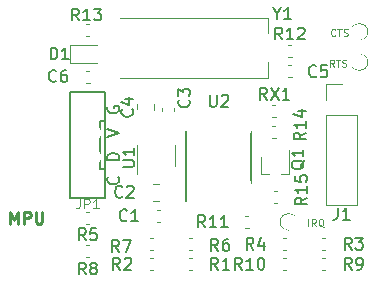
<source format=gto>
G04 #@! TF.GenerationSoftware,KiCad,Pcbnew,(5.1.2)-1*
G04 #@! TF.CreationDate,2021-06-27T21:29:46+09:00*
G04 #@! TF.ProjectId,IR,49522e6b-6963-4616-945f-706362585858,v1.1*
G04 #@! TF.SameCoordinates,Original*
G04 #@! TF.FileFunction,Legend,Top*
G04 #@! TF.FilePolarity,Positive*
%FSLAX46Y46*%
G04 Gerber Fmt 4.6, Leading zero omitted, Abs format (unit mm)*
G04 Created by KiCad (PCBNEW (5.1.2)-1) date 2021-06-27 21:29:46*
%MOMM*%
%LPD*%
G04 APERTURE LIST*
%ADD10C,0.220000*%
%ADD11C,0.150000*%
%ADD12C,0.120000*%
%ADD13C,0.100000*%
%ADD14C,3.600000*%
%ADD15O,2.200000X1.924000*%
%ADD16C,0.050000*%
%ADD17C,1.275000*%
%ADD18C,1.375000*%
%ADD19R,1.050000X1.460000*%
%ADD20R,4.900000X2.400000*%
%ADD21C,1.400000*%
%ADD22R,0.850000X1.900000*%
%ADD23R,2.100000X2.100000*%
%ADD24O,2.100000X2.100000*%
%ADD25R,0.850000X1.100000*%
G04 APERTURE END LIST*
D10*
X178642857Y-117652380D02*
X178642857Y-116652380D01*
X178976190Y-117366666D01*
X179309523Y-116652380D01*
X179309523Y-117652380D01*
X179785714Y-117652380D02*
X179785714Y-116652380D01*
X180166666Y-116652380D01*
X180261904Y-116700000D01*
X180309523Y-116747619D01*
X180357142Y-116842857D01*
X180357142Y-116985714D01*
X180309523Y-117080952D01*
X180261904Y-117128571D01*
X180166666Y-117176190D01*
X179785714Y-117176190D01*
X180785714Y-116652380D02*
X180785714Y-117461904D01*
X180833333Y-117557142D01*
X180880952Y-117604761D01*
X180976190Y-117652380D01*
X181166666Y-117652380D01*
X181261904Y-117604761D01*
X181309523Y-117557142D01*
X181357142Y-117461904D01*
X181357142Y-116652380D01*
D11*
X186700000Y-109000000D02*
X186200000Y-109000000D01*
X186200000Y-109000000D02*
X186200000Y-113000000D01*
X186200000Y-113000000D02*
X186700000Y-113000000D01*
X186700000Y-111000000D02*
X186700000Y-115500000D01*
X186700000Y-115500000D02*
X183700000Y-115500000D01*
X183700000Y-115500000D02*
X183700000Y-106500000D01*
X183700000Y-106500000D02*
X186700000Y-106500000D01*
X186700000Y-106500000D02*
X186700000Y-111000000D01*
D12*
X191350779Y-117510000D02*
X191025221Y-117510000D01*
X191350779Y-116490000D02*
X191025221Y-116490000D01*
X190741422Y-115710000D02*
X191258578Y-115710000D01*
X190741422Y-114290000D02*
X191258578Y-114290000D01*
X192510000Y-108162779D02*
X192510000Y-107837221D01*
X191490000Y-108162779D02*
X191490000Y-107837221D01*
X189390000Y-108058578D02*
X189390000Y-107541422D01*
X190810000Y-108058578D02*
X190810000Y-107541422D01*
X202137221Y-105210000D02*
X202462779Y-105210000D01*
X202137221Y-104190000D02*
X202462779Y-104190000D01*
X185362779Y-105710000D02*
X185037221Y-105710000D01*
X185362779Y-104690000D02*
X185037221Y-104690000D01*
X186000000Y-102565000D02*
X183715000Y-102565000D01*
X183715000Y-102565000D02*
X183715000Y-104035000D01*
X183715000Y-104035000D02*
X186000000Y-104035000D01*
X194062779Y-120590000D02*
X193737221Y-120590000D01*
X194062779Y-121610000D02*
X193737221Y-121610000D01*
X190437221Y-121610000D02*
X190762779Y-121610000D01*
X190437221Y-120590000D02*
X190762779Y-120590000D01*
X205362779Y-119910000D02*
X205037221Y-119910000D01*
X205362779Y-118890000D02*
X205037221Y-118890000D01*
X201737221Y-118890000D02*
X202062779Y-118890000D01*
X201737221Y-119910000D02*
X202062779Y-119910000D01*
X185362779Y-117710000D02*
X185037221Y-117710000D01*
X185362779Y-116690000D02*
X185037221Y-116690000D01*
X194062779Y-118890000D02*
X193737221Y-118890000D01*
X194062779Y-119910000D02*
X193737221Y-119910000D01*
X190437221Y-119910000D02*
X190762779Y-119910000D01*
X190437221Y-118890000D02*
X190762779Y-118890000D01*
X185362779Y-119490000D02*
X185037221Y-119490000D01*
X185362779Y-120510000D02*
X185037221Y-120510000D01*
X205362779Y-121610000D02*
X205037221Y-121610000D01*
X205362779Y-120590000D02*
X205037221Y-120590000D01*
X201737221Y-120590000D02*
X202062779Y-120590000D01*
X201737221Y-121610000D02*
X202062779Y-121610000D01*
X198850779Y-118010000D02*
X198525221Y-118010000D01*
X198850779Y-116990000D02*
X198525221Y-116990000D01*
X202462779Y-102490000D02*
X202137221Y-102490000D01*
X202462779Y-103510000D02*
X202137221Y-103510000D01*
X185037221Y-100790000D02*
X185362779Y-100790000D01*
X185037221Y-101810000D02*
X185362779Y-101810000D01*
X192610000Y-112800000D02*
X192610000Y-111000000D01*
X189390000Y-111000000D02*
X189390000Y-113450000D01*
X187900000Y-105350000D02*
X200500000Y-105350000D01*
X200500000Y-105350000D02*
X200500000Y-100250000D01*
X200500000Y-100250000D02*
X187900000Y-100250000D01*
X202900000Y-117500000D02*
G75*
G03X202900000Y-117500000I-700000J0D01*
G01*
X208900000Y-101400000D02*
G75*
G03X208900000Y-101400000I-700000J0D01*
G01*
X208900000Y-104000000D02*
G75*
G03X208900000Y-104000000I-700000J0D01*
G01*
D11*
X199025000Y-114200000D02*
X199025000Y-109800000D01*
X193500000Y-115775000D02*
X193500000Y-109800000D01*
D12*
X205370000Y-116110000D02*
X208030000Y-116110000D01*
X205370000Y-108430000D02*
X205370000Y-116110000D01*
X208030000Y-108430000D02*
X208030000Y-116110000D01*
X205370000Y-108430000D02*
X208030000Y-108430000D01*
X205370000Y-107160000D02*
X205370000Y-105830000D01*
X205370000Y-105830000D02*
X206700000Y-105830000D01*
X200550000Y-113430000D02*
X199890000Y-113430000D01*
X202210000Y-113430000D02*
X201550000Y-113430000D01*
X202210000Y-113430000D02*
X202210000Y-111400000D01*
X199890000Y-112020000D02*
X199890000Y-113430000D01*
X201162779Y-110410000D02*
X200837221Y-110410000D01*
X201162779Y-109390000D02*
X200837221Y-109390000D01*
X201274779Y-114890000D02*
X200949221Y-114890000D01*
X201274779Y-115910000D02*
X200949221Y-115910000D01*
X201150779Y-108610000D02*
X200825221Y-108610000D01*
X201150779Y-107590000D02*
X200825221Y-107590000D01*
X184533333Y-115561904D02*
X184533333Y-116133333D01*
X184495238Y-116247619D01*
X184419047Y-116323809D01*
X184304761Y-116361904D01*
X184228571Y-116361904D01*
X184914285Y-116361904D02*
X184914285Y-115561904D01*
X185219047Y-115561904D01*
X185295238Y-115600000D01*
X185333333Y-115638095D01*
X185371428Y-115714285D01*
X185371428Y-115828571D01*
X185333333Y-115904761D01*
X185295238Y-115942857D01*
X185219047Y-115980952D01*
X184914285Y-115980952D01*
X186133333Y-116361904D02*
X185676190Y-116361904D01*
X185904761Y-116361904D02*
X185904761Y-115561904D01*
X185828571Y-115676190D01*
X185752380Y-115752380D01*
X185676190Y-115790476D01*
D11*
X187757142Y-113690476D02*
X187804761Y-113738095D01*
X187852380Y-113880952D01*
X187852380Y-113976190D01*
X187804761Y-114119047D01*
X187709523Y-114214285D01*
X187614285Y-114261904D01*
X187423809Y-114309523D01*
X187280952Y-114309523D01*
X187090476Y-114261904D01*
X186995238Y-114214285D01*
X186900000Y-114119047D01*
X186852380Y-113976190D01*
X186852380Y-113880952D01*
X186900000Y-113738095D01*
X186947619Y-113690476D01*
X187852380Y-112261904D02*
X186852380Y-112261904D01*
X186852380Y-112023809D01*
X186900000Y-111880952D01*
X186995238Y-111785714D01*
X187090476Y-111738095D01*
X187280952Y-111690476D01*
X187423809Y-111690476D01*
X187614285Y-111738095D01*
X187709523Y-111785714D01*
X187804761Y-111880952D01*
X187852380Y-112023809D01*
X187852380Y-112261904D01*
X186852380Y-110333333D02*
X187852380Y-110000000D01*
X186852380Y-109666666D01*
X186900000Y-107738095D02*
X186852380Y-107833333D01*
X186852380Y-107976190D01*
X186900000Y-108119047D01*
X186995238Y-108214285D01*
X187090476Y-108261904D01*
X187280952Y-108309523D01*
X187423809Y-108309523D01*
X187614285Y-108261904D01*
X187709523Y-108214285D01*
X187804761Y-108119047D01*
X187852380Y-107976190D01*
X187852380Y-107880952D01*
X187804761Y-107738095D01*
X187757142Y-107690476D01*
X187423809Y-107690476D01*
X187423809Y-107880952D01*
X188521333Y-117357142D02*
X188473714Y-117404761D01*
X188330857Y-117452380D01*
X188235619Y-117452380D01*
X188092761Y-117404761D01*
X187997523Y-117309523D01*
X187949904Y-117214285D01*
X187902285Y-117023809D01*
X187902285Y-116880952D01*
X187949904Y-116690476D01*
X187997523Y-116595238D01*
X188092761Y-116500000D01*
X188235619Y-116452380D01*
X188330857Y-116452380D01*
X188473714Y-116500000D01*
X188521333Y-116547619D01*
X189473714Y-117452380D02*
X188902285Y-117452380D01*
X189188000Y-117452380D02*
X189188000Y-116452380D01*
X189092761Y-116595238D01*
X188997523Y-116690476D01*
X188902285Y-116738095D01*
X188133333Y-115357142D02*
X188085714Y-115404761D01*
X187942857Y-115452380D01*
X187847619Y-115452380D01*
X187704761Y-115404761D01*
X187609523Y-115309523D01*
X187561904Y-115214285D01*
X187514285Y-115023809D01*
X187514285Y-114880952D01*
X187561904Y-114690476D01*
X187609523Y-114595238D01*
X187704761Y-114500000D01*
X187847619Y-114452380D01*
X187942857Y-114452380D01*
X188085714Y-114500000D01*
X188133333Y-114547619D01*
X188514285Y-114547619D02*
X188561904Y-114500000D01*
X188657142Y-114452380D01*
X188895238Y-114452380D01*
X188990476Y-114500000D01*
X189038095Y-114547619D01*
X189085714Y-114642857D01*
X189085714Y-114738095D01*
X189038095Y-114880952D01*
X188466666Y-115452380D01*
X189085714Y-115452380D01*
X193757142Y-107166666D02*
X193804761Y-107214285D01*
X193852380Y-107357142D01*
X193852380Y-107452380D01*
X193804761Y-107595238D01*
X193709523Y-107690476D01*
X193614285Y-107738095D01*
X193423809Y-107785714D01*
X193280952Y-107785714D01*
X193090476Y-107738095D01*
X192995238Y-107690476D01*
X192900000Y-107595238D01*
X192852380Y-107452380D01*
X192852380Y-107357142D01*
X192900000Y-107214285D01*
X192947619Y-107166666D01*
X192852380Y-106833333D02*
X192852380Y-106214285D01*
X193233333Y-106547619D01*
X193233333Y-106404761D01*
X193280952Y-106309523D01*
X193328571Y-106261904D01*
X193423809Y-106214285D01*
X193661904Y-106214285D01*
X193757142Y-106261904D01*
X193804761Y-106309523D01*
X193852380Y-106404761D01*
X193852380Y-106690476D01*
X193804761Y-106785714D01*
X193757142Y-106833333D01*
X188957142Y-107966666D02*
X189004761Y-108014285D01*
X189052380Y-108157142D01*
X189052380Y-108252380D01*
X189004761Y-108395238D01*
X188909523Y-108490476D01*
X188814285Y-108538095D01*
X188623809Y-108585714D01*
X188480952Y-108585714D01*
X188290476Y-108538095D01*
X188195238Y-108490476D01*
X188100000Y-108395238D01*
X188052380Y-108252380D01*
X188052380Y-108157142D01*
X188100000Y-108014285D01*
X188147619Y-107966666D01*
X188385714Y-107109523D02*
X189052380Y-107109523D01*
X188004761Y-107347619D02*
X188719047Y-107585714D01*
X188719047Y-106966666D01*
X204533333Y-105157142D02*
X204485714Y-105204761D01*
X204342857Y-105252380D01*
X204247619Y-105252380D01*
X204104761Y-105204761D01*
X204009523Y-105109523D01*
X203961904Y-105014285D01*
X203914285Y-104823809D01*
X203914285Y-104680952D01*
X203961904Y-104490476D01*
X204009523Y-104395238D01*
X204104761Y-104300000D01*
X204247619Y-104252380D01*
X204342857Y-104252380D01*
X204485714Y-104300000D01*
X204533333Y-104347619D01*
X205438095Y-104252380D02*
X204961904Y-104252380D01*
X204914285Y-104728571D01*
X204961904Y-104680952D01*
X205057142Y-104633333D01*
X205295238Y-104633333D01*
X205390476Y-104680952D01*
X205438095Y-104728571D01*
X205485714Y-104823809D01*
X205485714Y-105061904D01*
X205438095Y-105157142D01*
X205390476Y-105204761D01*
X205295238Y-105252380D01*
X205057142Y-105252380D01*
X204961904Y-105204761D01*
X204914285Y-105157142D01*
X182533333Y-105557142D02*
X182485714Y-105604761D01*
X182342857Y-105652380D01*
X182247619Y-105652380D01*
X182104761Y-105604761D01*
X182009523Y-105509523D01*
X181961904Y-105414285D01*
X181914285Y-105223809D01*
X181914285Y-105080952D01*
X181961904Y-104890476D01*
X182009523Y-104795238D01*
X182104761Y-104700000D01*
X182247619Y-104652380D01*
X182342857Y-104652380D01*
X182485714Y-104700000D01*
X182533333Y-104747619D01*
X183390476Y-104652380D02*
X183200000Y-104652380D01*
X183104761Y-104700000D01*
X183057142Y-104747619D01*
X182961904Y-104890476D01*
X182914285Y-105080952D01*
X182914285Y-105461904D01*
X182961904Y-105557142D01*
X183009523Y-105604761D01*
X183104761Y-105652380D01*
X183295238Y-105652380D01*
X183390476Y-105604761D01*
X183438095Y-105557142D01*
X183485714Y-105461904D01*
X183485714Y-105223809D01*
X183438095Y-105128571D01*
X183390476Y-105080952D01*
X183295238Y-105033333D01*
X183104761Y-105033333D01*
X183009523Y-105080952D01*
X182961904Y-105128571D01*
X182914285Y-105223809D01*
X182061904Y-103752380D02*
X182061904Y-102752380D01*
X182300000Y-102752380D01*
X182442857Y-102800000D01*
X182538095Y-102895238D01*
X182585714Y-102990476D01*
X182633333Y-103180952D01*
X182633333Y-103323809D01*
X182585714Y-103514285D01*
X182538095Y-103609523D01*
X182442857Y-103704761D01*
X182300000Y-103752380D01*
X182061904Y-103752380D01*
X183585714Y-103752380D02*
X183014285Y-103752380D01*
X183300000Y-103752380D02*
X183300000Y-102752380D01*
X183204761Y-102895238D01*
X183109523Y-102990476D01*
X183014285Y-103038095D01*
X196233333Y-121552380D02*
X195900000Y-121076190D01*
X195661904Y-121552380D02*
X195661904Y-120552380D01*
X196042857Y-120552380D01*
X196138095Y-120600000D01*
X196185714Y-120647619D01*
X196233333Y-120742857D01*
X196233333Y-120885714D01*
X196185714Y-120980952D01*
X196138095Y-121028571D01*
X196042857Y-121076190D01*
X195661904Y-121076190D01*
X197185714Y-121552380D02*
X196614285Y-121552380D01*
X196900000Y-121552380D02*
X196900000Y-120552380D01*
X196804761Y-120695238D01*
X196709523Y-120790476D01*
X196614285Y-120838095D01*
X187933333Y-121552380D02*
X187600000Y-121076190D01*
X187361904Y-121552380D02*
X187361904Y-120552380D01*
X187742857Y-120552380D01*
X187838095Y-120600000D01*
X187885714Y-120647619D01*
X187933333Y-120742857D01*
X187933333Y-120885714D01*
X187885714Y-120980952D01*
X187838095Y-121028571D01*
X187742857Y-121076190D01*
X187361904Y-121076190D01*
X188314285Y-120647619D02*
X188361904Y-120600000D01*
X188457142Y-120552380D01*
X188695238Y-120552380D01*
X188790476Y-120600000D01*
X188838095Y-120647619D01*
X188885714Y-120742857D01*
X188885714Y-120838095D01*
X188838095Y-120980952D01*
X188266666Y-121552380D01*
X188885714Y-121552380D01*
X207533333Y-119852380D02*
X207200000Y-119376190D01*
X206961904Y-119852380D02*
X206961904Y-118852380D01*
X207342857Y-118852380D01*
X207438095Y-118900000D01*
X207485714Y-118947619D01*
X207533333Y-119042857D01*
X207533333Y-119185714D01*
X207485714Y-119280952D01*
X207438095Y-119328571D01*
X207342857Y-119376190D01*
X206961904Y-119376190D01*
X207866666Y-118852380D02*
X208485714Y-118852380D01*
X208152380Y-119233333D01*
X208295238Y-119233333D01*
X208390476Y-119280952D01*
X208438095Y-119328571D01*
X208485714Y-119423809D01*
X208485714Y-119661904D01*
X208438095Y-119757142D01*
X208390476Y-119804761D01*
X208295238Y-119852380D01*
X208009523Y-119852380D01*
X207914285Y-119804761D01*
X207866666Y-119757142D01*
X199233333Y-119852380D02*
X198900000Y-119376190D01*
X198661904Y-119852380D02*
X198661904Y-118852380D01*
X199042857Y-118852380D01*
X199138095Y-118900000D01*
X199185714Y-118947619D01*
X199233333Y-119042857D01*
X199233333Y-119185714D01*
X199185714Y-119280952D01*
X199138095Y-119328571D01*
X199042857Y-119376190D01*
X198661904Y-119376190D01*
X200090476Y-119185714D02*
X200090476Y-119852380D01*
X199852380Y-118804761D02*
X199614285Y-119519047D01*
X200233333Y-119519047D01*
X185033333Y-119052380D02*
X184700000Y-118576190D01*
X184461904Y-119052380D02*
X184461904Y-118052380D01*
X184842857Y-118052380D01*
X184938095Y-118100000D01*
X184985714Y-118147619D01*
X185033333Y-118242857D01*
X185033333Y-118385714D01*
X184985714Y-118480952D01*
X184938095Y-118528571D01*
X184842857Y-118576190D01*
X184461904Y-118576190D01*
X185938095Y-118052380D02*
X185461904Y-118052380D01*
X185414285Y-118528571D01*
X185461904Y-118480952D01*
X185557142Y-118433333D01*
X185795238Y-118433333D01*
X185890476Y-118480952D01*
X185938095Y-118528571D01*
X185985714Y-118623809D01*
X185985714Y-118861904D01*
X185938095Y-118957142D01*
X185890476Y-119004761D01*
X185795238Y-119052380D01*
X185557142Y-119052380D01*
X185461904Y-119004761D01*
X185414285Y-118957142D01*
X196233333Y-119952380D02*
X195900000Y-119476190D01*
X195661904Y-119952380D02*
X195661904Y-118952380D01*
X196042857Y-118952380D01*
X196138095Y-119000000D01*
X196185714Y-119047619D01*
X196233333Y-119142857D01*
X196233333Y-119285714D01*
X196185714Y-119380952D01*
X196138095Y-119428571D01*
X196042857Y-119476190D01*
X195661904Y-119476190D01*
X197090476Y-118952380D02*
X196900000Y-118952380D01*
X196804761Y-119000000D01*
X196757142Y-119047619D01*
X196661904Y-119190476D01*
X196614285Y-119380952D01*
X196614285Y-119761904D01*
X196661904Y-119857142D01*
X196709523Y-119904761D01*
X196804761Y-119952380D01*
X196995238Y-119952380D01*
X197090476Y-119904761D01*
X197138095Y-119857142D01*
X197185714Y-119761904D01*
X197185714Y-119523809D01*
X197138095Y-119428571D01*
X197090476Y-119380952D01*
X196995238Y-119333333D01*
X196804761Y-119333333D01*
X196709523Y-119380952D01*
X196661904Y-119428571D01*
X196614285Y-119523809D01*
X187833333Y-120052380D02*
X187500000Y-119576190D01*
X187261904Y-120052380D02*
X187261904Y-119052380D01*
X187642857Y-119052380D01*
X187738095Y-119100000D01*
X187785714Y-119147619D01*
X187833333Y-119242857D01*
X187833333Y-119385714D01*
X187785714Y-119480952D01*
X187738095Y-119528571D01*
X187642857Y-119576190D01*
X187261904Y-119576190D01*
X188166666Y-119052380D02*
X188833333Y-119052380D01*
X188404761Y-120052380D01*
X185033333Y-121952380D02*
X184700000Y-121476190D01*
X184461904Y-121952380D02*
X184461904Y-120952380D01*
X184842857Y-120952380D01*
X184938095Y-121000000D01*
X184985714Y-121047619D01*
X185033333Y-121142857D01*
X185033333Y-121285714D01*
X184985714Y-121380952D01*
X184938095Y-121428571D01*
X184842857Y-121476190D01*
X184461904Y-121476190D01*
X185604761Y-121380952D02*
X185509523Y-121333333D01*
X185461904Y-121285714D01*
X185414285Y-121190476D01*
X185414285Y-121142857D01*
X185461904Y-121047619D01*
X185509523Y-121000000D01*
X185604761Y-120952380D01*
X185795238Y-120952380D01*
X185890476Y-121000000D01*
X185938095Y-121047619D01*
X185985714Y-121142857D01*
X185985714Y-121190476D01*
X185938095Y-121285714D01*
X185890476Y-121333333D01*
X185795238Y-121380952D01*
X185604761Y-121380952D01*
X185509523Y-121428571D01*
X185461904Y-121476190D01*
X185414285Y-121571428D01*
X185414285Y-121761904D01*
X185461904Y-121857142D01*
X185509523Y-121904761D01*
X185604761Y-121952380D01*
X185795238Y-121952380D01*
X185890476Y-121904761D01*
X185938095Y-121857142D01*
X185985714Y-121761904D01*
X185985714Y-121571428D01*
X185938095Y-121476190D01*
X185890476Y-121428571D01*
X185795238Y-121380952D01*
X207533333Y-121552380D02*
X207200000Y-121076190D01*
X206961904Y-121552380D02*
X206961904Y-120552380D01*
X207342857Y-120552380D01*
X207438095Y-120600000D01*
X207485714Y-120647619D01*
X207533333Y-120742857D01*
X207533333Y-120885714D01*
X207485714Y-120980952D01*
X207438095Y-121028571D01*
X207342857Y-121076190D01*
X206961904Y-121076190D01*
X208009523Y-121552380D02*
X208200000Y-121552380D01*
X208295238Y-121504761D01*
X208342857Y-121457142D01*
X208438095Y-121314285D01*
X208485714Y-121123809D01*
X208485714Y-120742857D01*
X208438095Y-120647619D01*
X208390476Y-120600000D01*
X208295238Y-120552380D01*
X208104761Y-120552380D01*
X208009523Y-120600000D01*
X207961904Y-120647619D01*
X207914285Y-120742857D01*
X207914285Y-120980952D01*
X207961904Y-121076190D01*
X208009523Y-121123809D01*
X208104761Y-121171428D01*
X208295238Y-121171428D01*
X208390476Y-121123809D01*
X208438095Y-121076190D01*
X208485714Y-120980952D01*
X198257142Y-121552380D02*
X197923809Y-121076190D01*
X197685714Y-121552380D02*
X197685714Y-120552380D01*
X198066666Y-120552380D01*
X198161904Y-120600000D01*
X198209523Y-120647619D01*
X198257142Y-120742857D01*
X198257142Y-120885714D01*
X198209523Y-120980952D01*
X198161904Y-121028571D01*
X198066666Y-121076190D01*
X197685714Y-121076190D01*
X199209523Y-121552380D02*
X198638095Y-121552380D01*
X198923809Y-121552380D02*
X198923809Y-120552380D01*
X198828571Y-120695238D01*
X198733333Y-120790476D01*
X198638095Y-120838095D01*
X199828571Y-120552380D02*
X199923809Y-120552380D01*
X200019047Y-120600000D01*
X200066666Y-120647619D01*
X200114285Y-120742857D01*
X200161904Y-120933333D01*
X200161904Y-121171428D01*
X200114285Y-121361904D01*
X200066666Y-121457142D01*
X200019047Y-121504761D01*
X199923809Y-121552380D01*
X199828571Y-121552380D01*
X199733333Y-121504761D01*
X199685714Y-121457142D01*
X199638095Y-121361904D01*
X199590476Y-121171428D01*
X199590476Y-120933333D01*
X199638095Y-120742857D01*
X199685714Y-120647619D01*
X199733333Y-120600000D01*
X199828571Y-120552380D01*
X195145142Y-117952380D02*
X194811809Y-117476190D01*
X194573714Y-117952380D02*
X194573714Y-116952380D01*
X194954666Y-116952380D01*
X195049904Y-117000000D01*
X195097523Y-117047619D01*
X195145142Y-117142857D01*
X195145142Y-117285714D01*
X195097523Y-117380952D01*
X195049904Y-117428571D01*
X194954666Y-117476190D01*
X194573714Y-117476190D01*
X196097523Y-117952380D02*
X195526095Y-117952380D01*
X195811809Y-117952380D02*
X195811809Y-116952380D01*
X195716571Y-117095238D01*
X195621333Y-117190476D01*
X195526095Y-117238095D01*
X197049904Y-117952380D02*
X196478476Y-117952380D01*
X196764190Y-117952380D02*
X196764190Y-116952380D01*
X196668952Y-117095238D01*
X196573714Y-117190476D01*
X196478476Y-117238095D01*
X201657142Y-102052380D02*
X201323809Y-101576190D01*
X201085714Y-102052380D02*
X201085714Y-101052380D01*
X201466666Y-101052380D01*
X201561904Y-101100000D01*
X201609523Y-101147619D01*
X201657142Y-101242857D01*
X201657142Y-101385714D01*
X201609523Y-101480952D01*
X201561904Y-101528571D01*
X201466666Y-101576190D01*
X201085714Y-101576190D01*
X202609523Y-102052380D02*
X202038095Y-102052380D01*
X202323809Y-102052380D02*
X202323809Y-101052380D01*
X202228571Y-101195238D01*
X202133333Y-101290476D01*
X202038095Y-101338095D01*
X202990476Y-101147619D02*
X203038095Y-101100000D01*
X203133333Y-101052380D01*
X203371428Y-101052380D01*
X203466666Y-101100000D01*
X203514285Y-101147619D01*
X203561904Y-101242857D01*
X203561904Y-101338095D01*
X203514285Y-101480952D01*
X202942857Y-102052380D01*
X203561904Y-102052380D01*
X184457142Y-100452380D02*
X184123809Y-99976190D01*
X183885714Y-100452380D02*
X183885714Y-99452380D01*
X184266666Y-99452380D01*
X184361904Y-99500000D01*
X184409523Y-99547619D01*
X184457142Y-99642857D01*
X184457142Y-99785714D01*
X184409523Y-99880952D01*
X184361904Y-99928571D01*
X184266666Y-99976190D01*
X183885714Y-99976190D01*
X185409523Y-100452380D02*
X184838095Y-100452380D01*
X185123809Y-100452380D02*
X185123809Y-99452380D01*
X185028571Y-99595238D01*
X184933333Y-99690476D01*
X184838095Y-99738095D01*
X185742857Y-99452380D02*
X186361904Y-99452380D01*
X186028571Y-99833333D01*
X186171428Y-99833333D01*
X186266666Y-99880952D01*
X186314285Y-99928571D01*
X186361904Y-100023809D01*
X186361904Y-100261904D01*
X186314285Y-100357142D01*
X186266666Y-100404761D01*
X186171428Y-100452380D01*
X185885714Y-100452380D01*
X185790476Y-100404761D01*
X185742857Y-100357142D01*
X188152380Y-112861904D02*
X188961904Y-112861904D01*
X189057142Y-112814285D01*
X189104761Y-112766666D01*
X189152380Y-112671428D01*
X189152380Y-112480952D01*
X189104761Y-112385714D01*
X189057142Y-112338095D01*
X188961904Y-112290476D01*
X188152380Y-112290476D01*
X189152380Y-111290476D02*
X189152380Y-111861904D01*
X189152380Y-111576190D02*
X188152380Y-111576190D01*
X188295238Y-111671428D01*
X188390476Y-111766666D01*
X188438095Y-111861904D01*
X201223809Y-99876190D02*
X201223809Y-100352380D01*
X200890476Y-99352380D02*
X201223809Y-99876190D01*
X201557142Y-99352380D01*
X202414285Y-100352380D02*
X201842857Y-100352380D01*
X202128571Y-100352380D02*
X202128571Y-99352380D01*
X202033333Y-99495238D01*
X201938095Y-99590476D01*
X201842857Y-99638095D01*
D13*
X203885714Y-117871428D02*
X203885714Y-117271428D01*
X204514285Y-117871428D02*
X204314285Y-117585714D01*
X204171428Y-117871428D02*
X204171428Y-117271428D01*
X204400000Y-117271428D01*
X204457142Y-117300000D01*
X204485714Y-117328571D01*
X204514285Y-117385714D01*
X204514285Y-117471428D01*
X204485714Y-117528571D01*
X204457142Y-117557142D01*
X204400000Y-117585714D01*
X204171428Y-117585714D01*
X205171428Y-117928571D02*
X205114285Y-117900000D01*
X205057142Y-117842857D01*
X204971428Y-117757142D01*
X204914285Y-117728571D01*
X204857142Y-117728571D01*
X204885714Y-117871428D02*
X204828571Y-117842857D01*
X204771428Y-117785714D01*
X204742857Y-117671428D01*
X204742857Y-117471428D01*
X204771428Y-117357142D01*
X204828571Y-117300000D01*
X204885714Y-117271428D01*
X205000000Y-117271428D01*
X205057142Y-117300000D01*
X205114285Y-117357142D01*
X205142857Y-117471428D01*
X205142857Y-117671428D01*
X205114285Y-117785714D01*
X205057142Y-117842857D01*
X205000000Y-117871428D01*
X204885714Y-117871428D01*
X206171428Y-101714285D02*
X206142857Y-101742857D01*
X206057142Y-101771428D01*
X206000000Y-101771428D01*
X205914285Y-101742857D01*
X205857142Y-101685714D01*
X205828571Y-101628571D01*
X205800000Y-101514285D01*
X205800000Y-101428571D01*
X205828571Y-101314285D01*
X205857142Y-101257142D01*
X205914285Y-101200000D01*
X206000000Y-101171428D01*
X206057142Y-101171428D01*
X206142857Y-101200000D01*
X206171428Y-101228571D01*
X206342857Y-101171428D02*
X206685714Y-101171428D01*
X206514285Y-101771428D02*
X206514285Y-101171428D01*
X206857142Y-101742857D02*
X206942857Y-101771428D01*
X207085714Y-101771428D01*
X207142857Y-101742857D01*
X207171428Y-101714285D01*
X207200000Y-101657142D01*
X207200000Y-101600000D01*
X207171428Y-101542857D01*
X207142857Y-101514285D01*
X207085714Y-101485714D01*
X206971428Y-101457142D01*
X206914285Y-101428571D01*
X206885714Y-101400000D01*
X206857142Y-101342857D01*
X206857142Y-101285714D01*
X206885714Y-101228571D01*
X206914285Y-101200000D01*
X206971428Y-101171428D01*
X207114285Y-101171428D01*
X207200000Y-101200000D01*
X206071428Y-104371428D02*
X205871428Y-104085714D01*
X205728571Y-104371428D02*
X205728571Y-103771428D01*
X205957142Y-103771428D01*
X206014285Y-103800000D01*
X206042857Y-103828571D01*
X206071428Y-103885714D01*
X206071428Y-103971428D01*
X206042857Y-104028571D01*
X206014285Y-104057142D01*
X205957142Y-104085714D01*
X205728571Y-104085714D01*
X206242857Y-103771428D02*
X206585714Y-103771428D01*
X206414285Y-104371428D02*
X206414285Y-103771428D01*
X206757142Y-104342857D02*
X206842857Y-104371428D01*
X206985714Y-104371428D01*
X207042857Y-104342857D01*
X207071428Y-104314285D01*
X207100000Y-104257142D01*
X207100000Y-104200000D01*
X207071428Y-104142857D01*
X207042857Y-104114285D01*
X206985714Y-104085714D01*
X206871428Y-104057142D01*
X206814285Y-104028571D01*
X206785714Y-104000000D01*
X206757142Y-103942857D01*
X206757142Y-103885714D01*
X206785714Y-103828571D01*
X206814285Y-103800000D01*
X206871428Y-103771428D01*
X207014285Y-103771428D01*
X207100000Y-103800000D01*
D11*
X195538095Y-106752380D02*
X195538095Y-107561904D01*
X195585714Y-107657142D01*
X195633333Y-107704761D01*
X195728571Y-107752380D01*
X195919047Y-107752380D01*
X196014285Y-107704761D01*
X196061904Y-107657142D01*
X196109523Y-107561904D01*
X196109523Y-106752380D01*
X196538095Y-106847619D02*
X196585714Y-106800000D01*
X196680952Y-106752380D01*
X196919047Y-106752380D01*
X197014285Y-106800000D01*
X197061904Y-106847619D01*
X197109523Y-106942857D01*
X197109523Y-107038095D01*
X197061904Y-107180952D01*
X196490476Y-107752380D01*
X197109523Y-107752380D01*
X206366666Y-116312380D02*
X206366666Y-117026666D01*
X206319047Y-117169523D01*
X206223809Y-117264761D01*
X206080952Y-117312380D01*
X205985714Y-117312380D01*
X207366666Y-117312380D02*
X206795238Y-117312380D01*
X207080952Y-117312380D02*
X207080952Y-116312380D01*
X206985714Y-116455238D01*
X206890476Y-116550476D01*
X206795238Y-116598095D01*
X203547619Y-112295238D02*
X203500000Y-112390476D01*
X203404761Y-112485714D01*
X203261904Y-112628571D01*
X203214285Y-112723809D01*
X203214285Y-112819047D01*
X203452380Y-112771428D02*
X203404761Y-112866666D01*
X203309523Y-112961904D01*
X203119047Y-113009523D01*
X202785714Y-113009523D01*
X202595238Y-112961904D01*
X202500000Y-112866666D01*
X202452380Y-112771428D01*
X202452380Y-112580952D01*
X202500000Y-112485714D01*
X202595238Y-112390476D01*
X202785714Y-112342857D01*
X203119047Y-112342857D01*
X203309523Y-112390476D01*
X203404761Y-112485714D01*
X203452380Y-112580952D01*
X203452380Y-112771428D01*
X203452380Y-111390476D02*
X203452380Y-111961904D01*
X203452380Y-111676190D02*
X202452380Y-111676190D01*
X202595238Y-111771428D01*
X202690476Y-111866666D01*
X202738095Y-111961904D01*
X203652380Y-109942857D02*
X203176190Y-110276190D01*
X203652380Y-110514285D02*
X202652380Y-110514285D01*
X202652380Y-110133333D01*
X202700000Y-110038095D01*
X202747619Y-109990476D01*
X202842857Y-109942857D01*
X202985714Y-109942857D01*
X203080952Y-109990476D01*
X203128571Y-110038095D01*
X203176190Y-110133333D01*
X203176190Y-110514285D01*
X203652380Y-108990476D02*
X203652380Y-109561904D01*
X203652380Y-109276190D02*
X202652380Y-109276190D01*
X202795238Y-109371428D01*
X202890476Y-109466666D01*
X202938095Y-109561904D01*
X202985714Y-108133333D02*
X203652380Y-108133333D01*
X202604761Y-108371428D02*
X203319047Y-108609523D01*
X203319047Y-107990476D01*
X203752380Y-115442857D02*
X203276190Y-115776190D01*
X203752380Y-116014285D02*
X202752380Y-116014285D01*
X202752380Y-115633333D01*
X202800000Y-115538095D01*
X202847619Y-115490476D01*
X202942857Y-115442857D01*
X203085714Y-115442857D01*
X203180952Y-115490476D01*
X203228571Y-115538095D01*
X203276190Y-115633333D01*
X203276190Y-116014285D01*
X203752380Y-114490476D02*
X203752380Y-115061904D01*
X203752380Y-114776190D02*
X202752380Y-114776190D01*
X202895238Y-114871428D01*
X202990476Y-114966666D01*
X203038095Y-115061904D01*
X202752380Y-113585714D02*
X202752380Y-114061904D01*
X203228571Y-114109523D01*
X203180952Y-114061904D01*
X203133333Y-113966666D01*
X203133333Y-113728571D01*
X203180952Y-113633333D01*
X203228571Y-113585714D01*
X203323809Y-113538095D01*
X203561904Y-113538095D01*
X203657142Y-113585714D01*
X203704761Y-113633333D01*
X203752380Y-113728571D01*
X203752380Y-113966666D01*
X203704761Y-114061904D01*
X203657142Y-114109523D01*
X200357642Y-107152380D02*
X200024309Y-106676190D01*
X199786214Y-107152380D02*
X199786214Y-106152380D01*
X200167166Y-106152380D01*
X200262404Y-106200000D01*
X200310023Y-106247619D01*
X200357642Y-106342857D01*
X200357642Y-106485714D01*
X200310023Y-106580952D01*
X200262404Y-106628571D01*
X200167166Y-106676190D01*
X199786214Y-106676190D01*
X200690976Y-106152380D02*
X201357642Y-107152380D01*
X201357642Y-106152380D02*
X200690976Y-107152380D01*
X202262404Y-107152380D02*
X201690976Y-107152380D01*
X201976690Y-107152380D02*
X201976690Y-106152380D01*
X201881452Y-106295238D01*
X201786214Y-106390476D01*
X201690976Y-106438095D01*
%LPC*%
D14*
X180000000Y-120000000D03*
D15*
X185200000Y-114000000D03*
X185200000Y-112000000D03*
X185200000Y-110000000D03*
X185200000Y-108000000D03*
D16*
G36*
X192325493Y-116326535D02*
G01*
X192356435Y-116331125D01*
X192386778Y-116338725D01*
X192416230Y-116349263D01*
X192444508Y-116362638D01*
X192471338Y-116378719D01*
X192496463Y-116397353D01*
X192519640Y-116418360D01*
X192540647Y-116441537D01*
X192559281Y-116466662D01*
X192575362Y-116493492D01*
X192588737Y-116521770D01*
X192599275Y-116551222D01*
X192606875Y-116581565D01*
X192611465Y-116612507D01*
X192613000Y-116643750D01*
X192613000Y-117356250D01*
X192611465Y-117387493D01*
X192606875Y-117418435D01*
X192599275Y-117448778D01*
X192588737Y-117478230D01*
X192575362Y-117506508D01*
X192559281Y-117533338D01*
X192540647Y-117558463D01*
X192519640Y-117581640D01*
X192496463Y-117602647D01*
X192471338Y-117621281D01*
X192444508Y-117637362D01*
X192416230Y-117650737D01*
X192386778Y-117661275D01*
X192356435Y-117668875D01*
X192325493Y-117673465D01*
X192294250Y-117675000D01*
X191656750Y-117675000D01*
X191625507Y-117673465D01*
X191594565Y-117668875D01*
X191564222Y-117661275D01*
X191534770Y-117650737D01*
X191506492Y-117637362D01*
X191479662Y-117621281D01*
X191454537Y-117602647D01*
X191431360Y-117581640D01*
X191410353Y-117558463D01*
X191391719Y-117533338D01*
X191375638Y-117506508D01*
X191362263Y-117478230D01*
X191351725Y-117448778D01*
X191344125Y-117418435D01*
X191339535Y-117387493D01*
X191338000Y-117356250D01*
X191338000Y-116643750D01*
X191339535Y-116612507D01*
X191344125Y-116581565D01*
X191351725Y-116551222D01*
X191362263Y-116521770D01*
X191375638Y-116493492D01*
X191391719Y-116466662D01*
X191410353Y-116441537D01*
X191431360Y-116418360D01*
X191454537Y-116397353D01*
X191479662Y-116378719D01*
X191506492Y-116362638D01*
X191534770Y-116349263D01*
X191564222Y-116338725D01*
X191594565Y-116331125D01*
X191625507Y-116326535D01*
X191656750Y-116325000D01*
X192294250Y-116325000D01*
X192325493Y-116326535D01*
X192325493Y-116326535D01*
G37*
D17*
X191975500Y-117000000D03*
D16*
G36*
X190750493Y-116326535D02*
G01*
X190781435Y-116331125D01*
X190811778Y-116338725D01*
X190841230Y-116349263D01*
X190869508Y-116362638D01*
X190896338Y-116378719D01*
X190921463Y-116397353D01*
X190944640Y-116418360D01*
X190965647Y-116441537D01*
X190984281Y-116466662D01*
X191000362Y-116493492D01*
X191013737Y-116521770D01*
X191024275Y-116551222D01*
X191031875Y-116581565D01*
X191036465Y-116612507D01*
X191038000Y-116643750D01*
X191038000Y-117356250D01*
X191036465Y-117387493D01*
X191031875Y-117418435D01*
X191024275Y-117448778D01*
X191013737Y-117478230D01*
X191000362Y-117506508D01*
X190984281Y-117533338D01*
X190965647Y-117558463D01*
X190944640Y-117581640D01*
X190921463Y-117602647D01*
X190896338Y-117621281D01*
X190869508Y-117637362D01*
X190841230Y-117650737D01*
X190811778Y-117661275D01*
X190781435Y-117668875D01*
X190750493Y-117673465D01*
X190719250Y-117675000D01*
X190081750Y-117675000D01*
X190050507Y-117673465D01*
X190019565Y-117668875D01*
X189989222Y-117661275D01*
X189959770Y-117650737D01*
X189931492Y-117637362D01*
X189904662Y-117621281D01*
X189879537Y-117602647D01*
X189856360Y-117581640D01*
X189835353Y-117558463D01*
X189816719Y-117533338D01*
X189800638Y-117506508D01*
X189787263Y-117478230D01*
X189776725Y-117448778D01*
X189769125Y-117418435D01*
X189764535Y-117387493D01*
X189763000Y-117356250D01*
X189763000Y-116643750D01*
X189764535Y-116612507D01*
X189769125Y-116581565D01*
X189776725Y-116551222D01*
X189787263Y-116521770D01*
X189800638Y-116493492D01*
X189816719Y-116466662D01*
X189835353Y-116441537D01*
X189856360Y-116418360D01*
X189879537Y-116397353D01*
X189904662Y-116378719D01*
X189931492Y-116362638D01*
X189959770Y-116349263D01*
X189989222Y-116338725D01*
X190019565Y-116331125D01*
X190050507Y-116326535D01*
X190081750Y-116325000D01*
X190719250Y-116325000D01*
X190750493Y-116326535D01*
X190750493Y-116326535D01*
G37*
D17*
X190400500Y-117000000D03*
D16*
G36*
X192314943Y-114101655D02*
G01*
X192348312Y-114106605D01*
X192381035Y-114114802D01*
X192412797Y-114126166D01*
X192443293Y-114140590D01*
X192472227Y-114157932D01*
X192499323Y-114178028D01*
X192524318Y-114200682D01*
X192546972Y-114225677D01*
X192567068Y-114252773D01*
X192584410Y-114281707D01*
X192598834Y-114312203D01*
X192610198Y-114343965D01*
X192618395Y-114376688D01*
X192623345Y-114410057D01*
X192625000Y-114443750D01*
X192625000Y-115556250D01*
X192623345Y-115589943D01*
X192618395Y-115623312D01*
X192610198Y-115656035D01*
X192598834Y-115687797D01*
X192584410Y-115718293D01*
X192567068Y-115747227D01*
X192546972Y-115774323D01*
X192524318Y-115799318D01*
X192499323Y-115821972D01*
X192472227Y-115842068D01*
X192443293Y-115859410D01*
X192412797Y-115873834D01*
X192381035Y-115885198D01*
X192348312Y-115893395D01*
X192314943Y-115898345D01*
X192281250Y-115900000D01*
X191593750Y-115900000D01*
X191560057Y-115898345D01*
X191526688Y-115893395D01*
X191493965Y-115885198D01*
X191462203Y-115873834D01*
X191431707Y-115859410D01*
X191402773Y-115842068D01*
X191375677Y-115821972D01*
X191350682Y-115799318D01*
X191328028Y-115774323D01*
X191307932Y-115747227D01*
X191290590Y-115718293D01*
X191276166Y-115687797D01*
X191264802Y-115656035D01*
X191256605Y-115623312D01*
X191251655Y-115589943D01*
X191250000Y-115556250D01*
X191250000Y-114443750D01*
X191251655Y-114410057D01*
X191256605Y-114376688D01*
X191264802Y-114343965D01*
X191276166Y-114312203D01*
X191290590Y-114281707D01*
X191307932Y-114252773D01*
X191328028Y-114225677D01*
X191350682Y-114200682D01*
X191375677Y-114178028D01*
X191402773Y-114157932D01*
X191431707Y-114140590D01*
X191462203Y-114126166D01*
X191493965Y-114114802D01*
X191526688Y-114106605D01*
X191560057Y-114101655D01*
X191593750Y-114100000D01*
X192281250Y-114100000D01*
X192314943Y-114101655D01*
X192314943Y-114101655D01*
G37*
D18*
X191937500Y-115000000D03*
D16*
G36*
X190439943Y-114101655D02*
G01*
X190473312Y-114106605D01*
X190506035Y-114114802D01*
X190537797Y-114126166D01*
X190568293Y-114140590D01*
X190597227Y-114157932D01*
X190624323Y-114178028D01*
X190649318Y-114200682D01*
X190671972Y-114225677D01*
X190692068Y-114252773D01*
X190709410Y-114281707D01*
X190723834Y-114312203D01*
X190735198Y-114343965D01*
X190743395Y-114376688D01*
X190748345Y-114410057D01*
X190750000Y-114443750D01*
X190750000Y-115556250D01*
X190748345Y-115589943D01*
X190743395Y-115623312D01*
X190735198Y-115656035D01*
X190723834Y-115687797D01*
X190709410Y-115718293D01*
X190692068Y-115747227D01*
X190671972Y-115774323D01*
X190649318Y-115799318D01*
X190624323Y-115821972D01*
X190597227Y-115842068D01*
X190568293Y-115859410D01*
X190537797Y-115873834D01*
X190506035Y-115885198D01*
X190473312Y-115893395D01*
X190439943Y-115898345D01*
X190406250Y-115900000D01*
X189718750Y-115900000D01*
X189685057Y-115898345D01*
X189651688Y-115893395D01*
X189618965Y-115885198D01*
X189587203Y-115873834D01*
X189556707Y-115859410D01*
X189527773Y-115842068D01*
X189500677Y-115821972D01*
X189475682Y-115799318D01*
X189453028Y-115774323D01*
X189432932Y-115747227D01*
X189415590Y-115718293D01*
X189401166Y-115687797D01*
X189389802Y-115656035D01*
X189381605Y-115623312D01*
X189376655Y-115589943D01*
X189375000Y-115556250D01*
X189375000Y-114443750D01*
X189376655Y-114410057D01*
X189381605Y-114376688D01*
X189389802Y-114343965D01*
X189401166Y-114312203D01*
X189415590Y-114281707D01*
X189432932Y-114252773D01*
X189453028Y-114225677D01*
X189475682Y-114200682D01*
X189500677Y-114178028D01*
X189527773Y-114157932D01*
X189556707Y-114140590D01*
X189587203Y-114126166D01*
X189618965Y-114114802D01*
X189651688Y-114106605D01*
X189685057Y-114101655D01*
X189718750Y-114100000D01*
X190406250Y-114100000D01*
X190439943Y-114101655D01*
X190439943Y-114101655D01*
G37*
D18*
X190062500Y-115000000D03*
D16*
G36*
X192387493Y-106576535D02*
G01*
X192418435Y-106581125D01*
X192448778Y-106588725D01*
X192478230Y-106599263D01*
X192506508Y-106612638D01*
X192533338Y-106628719D01*
X192558463Y-106647353D01*
X192581640Y-106668360D01*
X192602647Y-106691537D01*
X192621281Y-106716662D01*
X192637362Y-106743492D01*
X192650737Y-106771770D01*
X192661275Y-106801222D01*
X192668875Y-106831565D01*
X192673465Y-106862507D01*
X192675000Y-106893750D01*
X192675000Y-107531250D01*
X192673465Y-107562493D01*
X192668875Y-107593435D01*
X192661275Y-107623778D01*
X192650737Y-107653230D01*
X192637362Y-107681508D01*
X192621281Y-107708338D01*
X192602647Y-107733463D01*
X192581640Y-107756640D01*
X192558463Y-107777647D01*
X192533338Y-107796281D01*
X192506508Y-107812362D01*
X192478230Y-107825737D01*
X192448778Y-107836275D01*
X192418435Y-107843875D01*
X192387493Y-107848465D01*
X192356250Y-107850000D01*
X191643750Y-107850000D01*
X191612507Y-107848465D01*
X191581565Y-107843875D01*
X191551222Y-107836275D01*
X191521770Y-107825737D01*
X191493492Y-107812362D01*
X191466662Y-107796281D01*
X191441537Y-107777647D01*
X191418360Y-107756640D01*
X191397353Y-107733463D01*
X191378719Y-107708338D01*
X191362638Y-107681508D01*
X191349263Y-107653230D01*
X191338725Y-107623778D01*
X191331125Y-107593435D01*
X191326535Y-107562493D01*
X191325000Y-107531250D01*
X191325000Y-106893750D01*
X191326535Y-106862507D01*
X191331125Y-106831565D01*
X191338725Y-106801222D01*
X191349263Y-106771770D01*
X191362638Y-106743492D01*
X191378719Y-106716662D01*
X191397353Y-106691537D01*
X191418360Y-106668360D01*
X191441537Y-106647353D01*
X191466662Y-106628719D01*
X191493492Y-106612638D01*
X191521770Y-106599263D01*
X191551222Y-106588725D01*
X191581565Y-106581125D01*
X191612507Y-106576535D01*
X191643750Y-106575000D01*
X192356250Y-106575000D01*
X192387493Y-106576535D01*
X192387493Y-106576535D01*
G37*
D17*
X192000000Y-107212500D03*
D16*
G36*
X192387493Y-108151535D02*
G01*
X192418435Y-108156125D01*
X192448778Y-108163725D01*
X192478230Y-108174263D01*
X192506508Y-108187638D01*
X192533338Y-108203719D01*
X192558463Y-108222353D01*
X192581640Y-108243360D01*
X192602647Y-108266537D01*
X192621281Y-108291662D01*
X192637362Y-108318492D01*
X192650737Y-108346770D01*
X192661275Y-108376222D01*
X192668875Y-108406565D01*
X192673465Y-108437507D01*
X192675000Y-108468750D01*
X192675000Y-109106250D01*
X192673465Y-109137493D01*
X192668875Y-109168435D01*
X192661275Y-109198778D01*
X192650737Y-109228230D01*
X192637362Y-109256508D01*
X192621281Y-109283338D01*
X192602647Y-109308463D01*
X192581640Y-109331640D01*
X192558463Y-109352647D01*
X192533338Y-109371281D01*
X192506508Y-109387362D01*
X192478230Y-109400737D01*
X192448778Y-109411275D01*
X192418435Y-109418875D01*
X192387493Y-109423465D01*
X192356250Y-109425000D01*
X191643750Y-109425000D01*
X191612507Y-109423465D01*
X191581565Y-109418875D01*
X191551222Y-109411275D01*
X191521770Y-109400737D01*
X191493492Y-109387362D01*
X191466662Y-109371281D01*
X191441537Y-109352647D01*
X191418360Y-109331640D01*
X191397353Y-109308463D01*
X191378719Y-109283338D01*
X191362638Y-109256508D01*
X191349263Y-109228230D01*
X191338725Y-109198778D01*
X191331125Y-109168435D01*
X191326535Y-109137493D01*
X191325000Y-109106250D01*
X191325000Y-108468750D01*
X191326535Y-108437507D01*
X191331125Y-108406565D01*
X191338725Y-108376222D01*
X191349263Y-108346770D01*
X191362638Y-108318492D01*
X191378719Y-108291662D01*
X191397353Y-108266537D01*
X191418360Y-108243360D01*
X191441537Y-108222353D01*
X191466662Y-108203719D01*
X191493492Y-108187638D01*
X191521770Y-108174263D01*
X191551222Y-108163725D01*
X191581565Y-108156125D01*
X191612507Y-108151535D01*
X191643750Y-108150000D01*
X192356250Y-108150000D01*
X192387493Y-108151535D01*
X192387493Y-108151535D01*
G37*
D17*
X192000000Y-108787500D03*
D16*
G36*
X190689943Y-108051655D02*
G01*
X190723312Y-108056605D01*
X190756035Y-108064802D01*
X190787797Y-108076166D01*
X190818293Y-108090590D01*
X190847227Y-108107932D01*
X190874323Y-108128028D01*
X190899318Y-108150682D01*
X190921972Y-108175677D01*
X190942068Y-108202773D01*
X190959410Y-108231707D01*
X190973834Y-108262203D01*
X190985198Y-108293965D01*
X190993395Y-108326688D01*
X190998345Y-108360057D01*
X191000000Y-108393750D01*
X191000000Y-109081250D01*
X190998345Y-109114943D01*
X190993395Y-109148312D01*
X190985198Y-109181035D01*
X190973834Y-109212797D01*
X190959410Y-109243293D01*
X190942068Y-109272227D01*
X190921972Y-109299323D01*
X190899318Y-109324318D01*
X190874323Y-109346972D01*
X190847227Y-109367068D01*
X190818293Y-109384410D01*
X190787797Y-109398834D01*
X190756035Y-109410198D01*
X190723312Y-109418395D01*
X190689943Y-109423345D01*
X190656250Y-109425000D01*
X189543750Y-109425000D01*
X189510057Y-109423345D01*
X189476688Y-109418395D01*
X189443965Y-109410198D01*
X189412203Y-109398834D01*
X189381707Y-109384410D01*
X189352773Y-109367068D01*
X189325677Y-109346972D01*
X189300682Y-109324318D01*
X189278028Y-109299323D01*
X189257932Y-109272227D01*
X189240590Y-109243293D01*
X189226166Y-109212797D01*
X189214802Y-109181035D01*
X189206605Y-109148312D01*
X189201655Y-109114943D01*
X189200000Y-109081250D01*
X189200000Y-108393750D01*
X189201655Y-108360057D01*
X189206605Y-108326688D01*
X189214802Y-108293965D01*
X189226166Y-108262203D01*
X189240590Y-108231707D01*
X189257932Y-108202773D01*
X189278028Y-108175677D01*
X189300682Y-108150682D01*
X189325677Y-108128028D01*
X189352773Y-108107932D01*
X189381707Y-108090590D01*
X189412203Y-108076166D01*
X189443965Y-108064802D01*
X189476688Y-108056605D01*
X189510057Y-108051655D01*
X189543750Y-108050000D01*
X190656250Y-108050000D01*
X190689943Y-108051655D01*
X190689943Y-108051655D01*
G37*
D18*
X190100000Y-108737500D03*
D16*
G36*
X190689943Y-106176655D02*
G01*
X190723312Y-106181605D01*
X190756035Y-106189802D01*
X190787797Y-106201166D01*
X190818293Y-106215590D01*
X190847227Y-106232932D01*
X190874323Y-106253028D01*
X190899318Y-106275682D01*
X190921972Y-106300677D01*
X190942068Y-106327773D01*
X190959410Y-106356707D01*
X190973834Y-106387203D01*
X190985198Y-106418965D01*
X190993395Y-106451688D01*
X190998345Y-106485057D01*
X191000000Y-106518750D01*
X191000000Y-107206250D01*
X190998345Y-107239943D01*
X190993395Y-107273312D01*
X190985198Y-107306035D01*
X190973834Y-107337797D01*
X190959410Y-107368293D01*
X190942068Y-107397227D01*
X190921972Y-107424323D01*
X190899318Y-107449318D01*
X190874323Y-107471972D01*
X190847227Y-107492068D01*
X190818293Y-107509410D01*
X190787797Y-107523834D01*
X190756035Y-107535198D01*
X190723312Y-107543395D01*
X190689943Y-107548345D01*
X190656250Y-107550000D01*
X189543750Y-107550000D01*
X189510057Y-107548345D01*
X189476688Y-107543395D01*
X189443965Y-107535198D01*
X189412203Y-107523834D01*
X189381707Y-107509410D01*
X189352773Y-107492068D01*
X189325677Y-107471972D01*
X189300682Y-107449318D01*
X189278028Y-107424323D01*
X189257932Y-107397227D01*
X189240590Y-107368293D01*
X189226166Y-107337797D01*
X189214802Y-107306035D01*
X189206605Y-107273312D01*
X189201655Y-107239943D01*
X189200000Y-107206250D01*
X189200000Y-106518750D01*
X189201655Y-106485057D01*
X189206605Y-106451688D01*
X189214802Y-106418965D01*
X189226166Y-106387203D01*
X189240590Y-106356707D01*
X189257932Y-106327773D01*
X189278028Y-106300677D01*
X189300682Y-106275682D01*
X189325677Y-106253028D01*
X189352773Y-106232932D01*
X189381707Y-106215590D01*
X189412203Y-106201166D01*
X189443965Y-106189802D01*
X189476688Y-106181605D01*
X189510057Y-106176655D01*
X189543750Y-106175000D01*
X190656250Y-106175000D01*
X190689943Y-106176655D01*
X190689943Y-106176655D01*
G37*
D18*
X190100000Y-106862500D03*
D16*
G36*
X203437493Y-104026535D02*
G01*
X203468435Y-104031125D01*
X203498778Y-104038725D01*
X203528230Y-104049263D01*
X203556508Y-104062638D01*
X203583338Y-104078719D01*
X203608463Y-104097353D01*
X203631640Y-104118360D01*
X203652647Y-104141537D01*
X203671281Y-104166662D01*
X203687362Y-104193492D01*
X203700737Y-104221770D01*
X203711275Y-104251222D01*
X203718875Y-104281565D01*
X203723465Y-104312507D01*
X203725000Y-104343750D01*
X203725000Y-105056250D01*
X203723465Y-105087493D01*
X203718875Y-105118435D01*
X203711275Y-105148778D01*
X203700737Y-105178230D01*
X203687362Y-105206508D01*
X203671281Y-105233338D01*
X203652647Y-105258463D01*
X203631640Y-105281640D01*
X203608463Y-105302647D01*
X203583338Y-105321281D01*
X203556508Y-105337362D01*
X203528230Y-105350737D01*
X203498778Y-105361275D01*
X203468435Y-105368875D01*
X203437493Y-105373465D01*
X203406250Y-105375000D01*
X202768750Y-105375000D01*
X202737507Y-105373465D01*
X202706565Y-105368875D01*
X202676222Y-105361275D01*
X202646770Y-105350737D01*
X202618492Y-105337362D01*
X202591662Y-105321281D01*
X202566537Y-105302647D01*
X202543360Y-105281640D01*
X202522353Y-105258463D01*
X202503719Y-105233338D01*
X202487638Y-105206508D01*
X202474263Y-105178230D01*
X202463725Y-105148778D01*
X202456125Y-105118435D01*
X202451535Y-105087493D01*
X202450000Y-105056250D01*
X202450000Y-104343750D01*
X202451535Y-104312507D01*
X202456125Y-104281565D01*
X202463725Y-104251222D01*
X202474263Y-104221770D01*
X202487638Y-104193492D01*
X202503719Y-104166662D01*
X202522353Y-104141537D01*
X202543360Y-104118360D01*
X202566537Y-104097353D01*
X202591662Y-104078719D01*
X202618492Y-104062638D01*
X202646770Y-104049263D01*
X202676222Y-104038725D01*
X202706565Y-104031125D01*
X202737507Y-104026535D01*
X202768750Y-104025000D01*
X203406250Y-104025000D01*
X203437493Y-104026535D01*
X203437493Y-104026535D01*
G37*
D17*
X203087500Y-104700000D03*
D16*
G36*
X201862493Y-104026535D02*
G01*
X201893435Y-104031125D01*
X201923778Y-104038725D01*
X201953230Y-104049263D01*
X201981508Y-104062638D01*
X202008338Y-104078719D01*
X202033463Y-104097353D01*
X202056640Y-104118360D01*
X202077647Y-104141537D01*
X202096281Y-104166662D01*
X202112362Y-104193492D01*
X202125737Y-104221770D01*
X202136275Y-104251222D01*
X202143875Y-104281565D01*
X202148465Y-104312507D01*
X202150000Y-104343750D01*
X202150000Y-105056250D01*
X202148465Y-105087493D01*
X202143875Y-105118435D01*
X202136275Y-105148778D01*
X202125737Y-105178230D01*
X202112362Y-105206508D01*
X202096281Y-105233338D01*
X202077647Y-105258463D01*
X202056640Y-105281640D01*
X202033463Y-105302647D01*
X202008338Y-105321281D01*
X201981508Y-105337362D01*
X201953230Y-105350737D01*
X201923778Y-105361275D01*
X201893435Y-105368875D01*
X201862493Y-105373465D01*
X201831250Y-105375000D01*
X201193750Y-105375000D01*
X201162507Y-105373465D01*
X201131565Y-105368875D01*
X201101222Y-105361275D01*
X201071770Y-105350737D01*
X201043492Y-105337362D01*
X201016662Y-105321281D01*
X200991537Y-105302647D01*
X200968360Y-105281640D01*
X200947353Y-105258463D01*
X200928719Y-105233338D01*
X200912638Y-105206508D01*
X200899263Y-105178230D01*
X200888725Y-105148778D01*
X200881125Y-105118435D01*
X200876535Y-105087493D01*
X200875000Y-105056250D01*
X200875000Y-104343750D01*
X200876535Y-104312507D01*
X200881125Y-104281565D01*
X200888725Y-104251222D01*
X200899263Y-104221770D01*
X200912638Y-104193492D01*
X200928719Y-104166662D01*
X200947353Y-104141537D01*
X200968360Y-104118360D01*
X200991537Y-104097353D01*
X201016662Y-104078719D01*
X201043492Y-104062638D01*
X201071770Y-104049263D01*
X201101222Y-104038725D01*
X201131565Y-104031125D01*
X201162507Y-104026535D01*
X201193750Y-104025000D01*
X201831250Y-104025000D01*
X201862493Y-104026535D01*
X201862493Y-104026535D01*
G37*
D17*
X201512500Y-104700000D03*
D16*
G36*
X186337493Y-104526535D02*
G01*
X186368435Y-104531125D01*
X186398778Y-104538725D01*
X186428230Y-104549263D01*
X186456508Y-104562638D01*
X186483338Y-104578719D01*
X186508463Y-104597353D01*
X186531640Y-104618360D01*
X186552647Y-104641537D01*
X186571281Y-104666662D01*
X186587362Y-104693492D01*
X186600737Y-104721770D01*
X186611275Y-104751222D01*
X186618875Y-104781565D01*
X186623465Y-104812507D01*
X186625000Y-104843750D01*
X186625000Y-105556250D01*
X186623465Y-105587493D01*
X186618875Y-105618435D01*
X186611275Y-105648778D01*
X186600737Y-105678230D01*
X186587362Y-105706508D01*
X186571281Y-105733338D01*
X186552647Y-105758463D01*
X186531640Y-105781640D01*
X186508463Y-105802647D01*
X186483338Y-105821281D01*
X186456508Y-105837362D01*
X186428230Y-105850737D01*
X186398778Y-105861275D01*
X186368435Y-105868875D01*
X186337493Y-105873465D01*
X186306250Y-105875000D01*
X185668750Y-105875000D01*
X185637507Y-105873465D01*
X185606565Y-105868875D01*
X185576222Y-105861275D01*
X185546770Y-105850737D01*
X185518492Y-105837362D01*
X185491662Y-105821281D01*
X185466537Y-105802647D01*
X185443360Y-105781640D01*
X185422353Y-105758463D01*
X185403719Y-105733338D01*
X185387638Y-105706508D01*
X185374263Y-105678230D01*
X185363725Y-105648778D01*
X185356125Y-105618435D01*
X185351535Y-105587493D01*
X185350000Y-105556250D01*
X185350000Y-104843750D01*
X185351535Y-104812507D01*
X185356125Y-104781565D01*
X185363725Y-104751222D01*
X185374263Y-104721770D01*
X185387638Y-104693492D01*
X185403719Y-104666662D01*
X185422353Y-104641537D01*
X185443360Y-104618360D01*
X185466537Y-104597353D01*
X185491662Y-104578719D01*
X185518492Y-104562638D01*
X185546770Y-104549263D01*
X185576222Y-104538725D01*
X185606565Y-104531125D01*
X185637507Y-104526535D01*
X185668750Y-104525000D01*
X186306250Y-104525000D01*
X186337493Y-104526535D01*
X186337493Y-104526535D01*
G37*
D17*
X185987500Y-105200000D03*
D16*
G36*
X184762493Y-104526535D02*
G01*
X184793435Y-104531125D01*
X184823778Y-104538725D01*
X184853230Y-104549263D01*
X184881508Y-104562638D01*
X184908338Y-104578719D01*
X184933463Y-104597353D01*
X184956640Y-104618360D01*
X184977647Y-104641537D01*
X184996281Y-104666662D01*
X185012362Y-104693492D01*
X185025737Y-104721770D01*
X185036275Y-104751222D01*
X185043875Y-104781565D01*
X185048465Y-104812507D01*
X185050000Y-104843750D01*
X185050000Y-105556250D01*
X185048465Y-105587493D01*
X185043875Y-105618435D01*
X185036275Y-105648778D01*
X185025737Y-105678230D01*
X185012362Y-105706508D01*
X184996281Y-105733338D01*
X184977647Y-105758463D01*
X184956640Y-105781640D01*
X184933463Y-105802647D01*
X184908338Y-105821281D01*
X184881508Y-105837362D01*
X184853230Y-105850737D01*
X184823778Y-105861275D01*
X184793435Y-105868875D01*
X184762493Y-105873465D01*
X184731250Y-105875000D01*
X184093750Y-105875000D01*
X184062507Y-105873465D01*
X184031565Y-105868875D01*
X184001222Y-105861275D01*
X183971770Y-105850737D01*
X183943492Y-105837362D01*
X183916662Y-105821281D01*
X183891537Y-105802647D01*
X183868360Y-105781640D01*
X183847353Y-105758463D01*
X183828719Y-105733338D01*
X183812638Y-105706508D01*
X183799263Y-105678230D01*
X183788725Y-105648778D01*
X183781125Y-105618435D01*
X183776535Y-105587493D01*
X183775000Y-105556250D01*
X183775000Y-104843750D01*
X183776535Y-104812507D01*
X183781125Y-104781565D01*
X183788725Y-104751222D01*
X183799263Y-104721770D01*
X183812638Y-104693492D01*
X183828719Y-104666662D01*
X183847353Y-104641537D01*
X183868360Y-104618360D01*
X183891537Y-104597353D01*
X183916662Y-104578719D01*
X183943492Y-104562638D01*
X183971770Y-104549263D01*
X184001222Y-104538725D01*
X184031565Y-104531125D01*
X184062507Y-104526535D01*
X184093750Y-104525000D01*
X184731250Y-104525000D01*
X184762493Y-104526535D01*
X184762493Y-104526535D01*
G37*
D17*
X184412500Y-105200000D03*
D16*
G36*
X184762493Y-102626535D02*
G01*
X184793435Y-102631125D01*
X184823778Y-102638725D01*
X184853230Y-102649263D01*
X184881508Y-102662638D01*
X184908338Y-102678719D01*
X184933463Y-102697353D01*
X184956640Y-102718360D01*
X184977647Y-102741537D01*
X184996281Y-102766662D01*
X185012362Y-102793492D01*
X185025737Y-102821770D01*
X185036275Y-102851222D01*
X185043875Y-102881565D01*
X185048465Y-102912507D01*
X185050000Y-102943750D01*
X185050000Y-103656250D01*
X185048465Y-103687493D01*
X185043875Y-103718435D01*
X185036275Y-103748778D01*
X185025737Y-103778230D01*
X185012362Y-103806508D01*
X184996281Y-103833338D01*
X184977647Y-103858463D01*
X184956640Y-103881640D01*
X184933463Y-103902647D01*
X184908338Y-103921281D01*
X184881508Y-103937362D01*
X184853230Y-103950737D01*
X184823778Y-103961275D01*
X184793435Y-103968875D01*
X184762493Y-103973465D01*
X184731250Y-103975000D01*
X184093750Y-103975000D01*
X184062507Y-103973465D01*
X184031565Y-103968875D01*
X184001222Y-103961275D01*
X183971770Y-103950737D01*
X183943492Y-103937362D01*
X183916662Y-103921281D01*
X183891537Y-103902647D01*
X183868360Y-103881640D01*
X183847353Y-103858463D01*
X183828719Y-103833338D01*
X183812638Y-103806508D01*
X183799263Y-103778230D01*
X183788725Y-103748778D01*
X183781125Y-103718435D01*
X183776535Y-103687493D01*
X183775000Y-103656250D01*
X183775000Y-102943750D01*
X183776535Y-102912507D01*
X183781125Y-102881565D01*
X183788725Y-102851222D01*
X183799263Y-102821770D01*
X183812638Y-102793492D01*
X183828719Y-102766662D01*
X183847353Y-102741537D01*
X183868360Y-102718360D01*
X183891537Y-102697353D01*
X183916662Y-102678719D01*
X183943492Y-102662638D01*
X183971770Y-102649263D01*
X184001222Y-102638725D01*
X184031565Y-102631125D01*
X184062507Y-102626535D01*
X184093750Y-102625000D01*
X184731250Y-102625000D01*
X184762493Y-102626535D01*
X184762493Y-102626535D01*
G37*
D17*
X184412500Y-103300000D03*
D16*
G36*
X186337493Y-102626535D02*
G01*
X186368435Y-102631125D01*
X186398778Y-102638725D01*
X186428230Y-102649263D01*
X186456508Y-102662638D01*
X186483338Y-102678719D01*
X186508463Y-102697353D01*
X186531640Y-102718360D01*
X186552647Y-102741537D01*
X186571281Y-102766662D01*
X186587362Y-102793492D01*
X186600737Y-102821770D01*
X186611275Y-102851222D01*
X186618875Y-102881565D01*
X186623465Y-102912507D01*
X186625000Y-102943750D01*
X186625000Y-103656250D01*
X186623465Y-103687493D01*
X186618875Y-103718435D01*
X186611275Y-103748778D01*
X186600737Y-103778230D01*
X186587362Y-103806508D01*
X186571281Y-103833338D01*
X186552647Y-103858463D01*
X186531640Y-103881640D01*
X186508463Y-103902647D01*
X186483338Y-103921281D01*
X186456508Y-103937362D01*
X186428230Y-103950737D01*
X186398778Y-103961275D01*
X186368435Y-103968875D01*
X186337493Y-103973465D01*
X186306250Y-103975000D01*
X185668750Y-103975000D01*
X185637507Y-103973465D01*
X185606565Y-103968875D01*
X185576222Y-103961275D01*
X185546770Y-103950737D01*
X185518492Y-103937362D01*
X185491662Y-103921281D01*
X185466537Y-103902647D01*
X185443360Y-103881640D01*
X185422353Y-103858463D01*
X185403719Y-103833338D01*
X185387638Y-103806508D01*
X185374263Y-103778230D01*
X185363725Y-103748778D01*
X185356125Y-103718435D01*
X185351535Y-103687493D01*
X185350000Y-103656250D01*
X185350000Y-102943750D01*
X185351535Y-102912507D01*
X185356125Y-102881565D01*
X185363725Y-102851222D01*
X185374263Y-102821770D01*
X185387638Y-102793492D01*
X185403719Y-102766662D01*
X185422353Y-102741537D01*
X185443360Y-102718360D01*
X185466537Y-102697353D01*
X185491662Y-102678719D01*
X185518492Y-102662638D01*
X185546770Y-102649263D01*
X185576222Y-102638725D01*
X185606565Y-102631125D01*
X185637507Y-102626535D01*
X185668750Y-102625000D01*
X186306250Y-102625000D01*
X186337493Y-102626535D01*
X186337493Y-102626535D01*
G37*
D17*
X185987500Y-103300000D03*
D16*
G36*
X193462493Y-120426535D02*
G01*
X193493435Y-120431125D01*
X193523778Y-120438725D01*
X193553230Y-120449263D01*
X193581508Y-120462638D01*
X193608338Y-120478719D01*
X193633463Y-120497353D01*
X193656640Y-120518360D01*
X193677647Y-120541537D01*
X193696281Y-120566662D01*
X193712362Y-120593492D01*
X193725737Y-120621770D01*
X193736275Y-120651222D01*
X193743875Y-120681565D01*
X193748465Y-120712507D01*
X193750000Y-120743750D01*
X193750000Y-121456250D01*
X193748465Y-121487493D01*
X193743875Y-121518435D01*
X193736275Y-121548778D01*
X193725737Y-121578230D01*
X193712362Y-121606508D01*
X193696281Y-121633338D01*
X193677647Y-121658463D01*
X193656640Y-121681640D01*
X193633463Y-121702647D01*
X193608338Y-121721281D01*
X193581508Y-121737362D01*
X193553230Y-121750737D01*
X193523778Y-121761275D01*
X193493435Y-121768875D01*
X193462493Y-121773465D01*
X193431250Y-121775000D01*
X192793750Y-121775000D01*
X192762507Y-121773465D01*
X192731565Y-121768875D01*
X192701222Y-121761275D01*
X192671770Y-121750737D01*
X192643492Y-121737362D01*
X192616662Y-121721281D01*
X192591537Y-121702647D01*
X192568360Y-121681640D01*
X192547353Y-121658463D01*
X192528719Y-121633338D01*
X192512638Y-121606508D01*
X192499263Y-121578230D01*
X192488725Y-121548778D01*
X192481125Y-121518435D01*
X192476535Y-121487493D01*
X192475000Y-121456250D01*
X192475000Y-120743750D01*
X192476535Y-120712507D01*
X192481125Y-120681565D01*
X192488725Y-120651222D01*
X192499263Y-120621770D01*
X192512638Y-120593492D01*
X192528719Y-120566662D01*
X192547353Y-120541537D01*
X192568360Y-120518360D01*
X192591537Y-120497353D01*
X192616662Y-120478719D01*
X192643492Y-120462638D01*
X192671770Y-120449263D01*
X192701222Y-120438725D01*
X192731565Y-120431125D01*
X192762507Y-120426535D01*
X192793750Y-120425000D01*
X193431250Y-120425000D01*
X193462493Y-120426535D01*
X193462493Y-120426535D01*
G37*
D17*
X193112500Y-121100000D03*
D16*
G36*
X195037493Y-120426535D02*
G01*
X195068435Y-120431125D01*
X195098778Y-120438725D01*
X195128230Y-120449263D01*
X195156508Y-120462638D01*
X195183338Y-120478719D01*
X195208463Y-120497353D01*
X195231640Y-120518360D01*
X195252647Y-120541537D01*
X195271281Y-120566662D01*
X195287362Y-120593492D01*
X195300737Y-120621770D01*
X195311275Y-120651222D01*
X195318875Y-120681565D01*
X195323465Y-120712507D01*
X195325000Y-120743750D01*
X195325000Y-121456250D01*
X195323465Y-121487493D01*
X195318875Y-121518435D01*
X195311275Y-121548778D01*
X195300737Y-121578230D01*
X195287362Y-121606508D01*
X195271281Y-121633338D01*
X195252647Y-121658463D01*
X195231640Y-121681640D01*
X195208463Y-121702647D01*
X195183338Y-121721281D01*
X195156508Y-121737362D01*
X195128230Y-121750737D01*
X195098778Y-121761275D01*
X195068435Y-121768875D01*
X195037493Y-121773465D01*
X195006250Y-121775000D01*
X194368750Y-121775000D01*
X194337507Y-121773465D01*
X194306565Y-121768875D01*
X194276222Y-121761275D01*
X194246770Y-121750737D01*
X194218492Y-121737362D01*
X194191662Y-121721281D01*
X194166537Y-121702647D01*
X194143360Y-121681640D01*
X194122353Y-121658463D01*
X194103719Y-121633338D01*
X194087638Y-121606508D01*
X194074263Y-121578230D01*
X194063725Y-121548778D01*
X194056125Y-121518435D01*
X194051535Y-121487493D01*
X194050000Y-121456250D01*
X194050000Y-120743750D01*
X194051535Y-120712507D01*
X194056125Y-120681565D01*
X194063725Y-120651222D01*
X194074263Y-120621770D01*
X194087638Y-120593492D01*
X194103719Y-120566662D01*
X194122353Y-120541537D01*
X194143360Y-120518360D01*
X194166537Y-120497353D01*
X194191662Y-120478719D01*
X194218492Y-120462638D01*
X194246770Y-120449263D01*
X194276222Y-120438725D01*
X194306565Y-120431125D01*
X194337507Y-120426535D01*
X194368750Y-120425000D01*
X195006250Y-120425000D01*
X195037493Y-120426535D01*
X195037493Y-120426535D01*
G37*
D17*
X194687500Y-121100000D03*
D16*
G36*
X191737493Y-120426535D02*
G01*
X191768435Y-120431125D01*
X191798778Y-120438725D01*
X191828230Y-120449263D01*
X191856508Y-120462638D01*
X191883338Y-120478719D01*
X191908463Y-120497353D01*
X191931640Y-120518360D01*
X191952647Y-120541537D01*
X191971281Y-120566662D01*
X191987362Y-120593492D01*
X192000737Y-120621770D01*
X192011275Y-120651222D01*
X192018875Y-120681565D01*
X192023465Y-120712507D01*
X192025000Y-120743750D01*
X192025000Y-121456250D01*
X192023465Y-121487493D01*
X192018875Y-121518435D01*
X192011275Y-121548778D01*
X192000737Y-121578230D01*
X191987362Y-121606508D01*
X191971281Y-121633338D01*
X191952647Y-121658463D01*
X191931640Y-121681640D01*
X191908463Y-121702647D01*
X191883338Y-121721281D01*
X191856508Y-121737362D01*
X191828230Y-121750737D01*
X191798778Y-121761275D01*
X191768435Y-121768875D01*
X191737493Y-121773465D01*
X191706250Y-121775000D01*
X191068750Y-121775000D01*
X191037507Y-121773465D01*
X191006565Y-121768875D01*
X190976222Y-121761275D01*
X190946770Y-121750737D01*
X190918492Y-121737362D01*
X190891662Y-121721281D01*
X190866537Y-121702647D01*
X190843360Y-121681640D01*
X190822353Y-121658463D01*
X190803719Y-121633338D01*
X190787638Y-121606508D01*
X190774263Y-121578230D01*
X190763725Y-121548778D01*
X190756125Y-121518435D01*
X190751535Y-121487493D01*
X190750000Y-121456250D01*
X190750000Y-120743750D01*
X190751535Y-120712507D01*
X190756125Y-120681565D01*
X190763725Y-120651222D01*
X190774263Y-120621770D01*
X190787638Y-120593492D01*
X190803719Y-120566662D01*
X190822353Y-120541537D01*
X190843360Y-120518360D01*
X190866537Y-120497353D01*
X190891662Y-120478719D01*
X190918492Y-120462638D01*
X190946770Y-120449263D01*
X190976222Y-120438725D01*
X191006565Y-120431125D01*
X191037507Y-120426535D01*
X191068750Y-120425000D01*
X191706250Y-120425000D01*
X191737493Y-120426535D01*
X191737493Y-120426535D01*
G37*
D17*
X191387500Y-121100000D03*
D16*
G36*
X190162493Y-120426535D02*
G01*
X190193435Y-120431125D01*
X190223778Y-120438725D01*
X190253230Y-120449263D01*
X190281508Y-120462638D01*
X190308338Y-120478719D01*
X190333463Y-120497353D01*
X190356640Y-120518360D01*
X190377647Y-120541537D01*
X190396281Y-120566662D01*
X190412362Y-120593492D01*
X190425737Y-120621770D01*
X190436275Y-120651222D01*
X190443875Y-120681565D01*
X190448465Y-120712507D01*
X190450000Y-120743750D01*
X190450000Y-121456250D01*
X190448465Y-121487493D01*
X190443875Y-121518435D01*
X190436275Y-121548778D01*
X190425737Y-121578230D01*
X190412362Y-121606508D01*
X190396281Y-121633338D01*
X190377647Y-121658463D01*
X190356640Y-121681640D01*
X190333463Y-121702647D01*
X190308338Y-121721281D01*
X190281508Y-121737362D01*
X190253230Y-121750737D01*
X190223778Y-121761275D01*
X190193435Y-121768875D01*
X190162493Y-121773465D01*
X190131250Y-121775000D01*
X189493750Y-121775000D01*
X189462507Y-121773465D01*
X189431565Y-121768875D01*
X189401222Y-121761275D01*
X189371770Y-121750737D01*
X189343492Y-121737362D01*
X189316662Y-121721281D01*
X189291537Y-121702647D01*
X189268360Y-121681640D01*
X189247353Y-121658463D01*
X189228719Y-121633338D01*
X189212638Y-121606508D01*
X189199263Y-121578230D01*
X189188725Y-121548778D01*
X189181125Y-121518435D01*
X189176535Y-121487493D01*
X189175000Y-121456250D01*
X189175000Y-120743750D01*
X189176535Y-120712507D01*
X189181125Y-120681565D01*
X189188725Y-120651222D01*
X189199263Y-120621770D01*
X189212638Y-120593492D01*
X189228719Y-120566662D01*
X189247353Y-120541537D01*
X189268360Y-120518360D01*
X189291537Y-120497353D01*
X189316662Y-120478719D01*
X189343492Y-120462638D01*
X189371770Y-120449263D01*
X189401222Y-120438725D01*
X189431565Y-120431125D01*
X189462507Y-120426535D01*
X189493750Y-120425000D01*
X190131250Y-120425000D01*
X190162493Y-120426535D01*
X190162493Y-120426535D01*
G37*
D17*
X189812500Y-121100000D03*
D16*
G36*
X206337493Y-118726535D02*
G01*
X206368435Y-118731125D01*
X206398778Y-118738725D01*
X206428230Y-118749263D01*
X206456508Y-118762638D01*
X206483338Y-118778719D01*
X206508463Y-118797353D01*
X206531640Y-118818360D01*
X206552647Y-118841537D01*
X206571281Y-118866662D01*
X206587362Y-118893492D01*
X206600737Y-118921770D01*
X206611275Y-118951222D01*
X206618875Y-118981565D01*
X206623465Y-119012507D01*
X206625000Y-119043750D01*
X206625000Y-119756250D01*
X206623465Y-119787493D01*
X206618875Y-119818435D01*
X206611275Y-119848778D01*
X206600737Y-119878230D01*
X206587362Y-119906508D01*
X206571281Y-119933338D01*
X206552647Y-119958463D01*
X206531640Y-119981640D01*
X206508463Y-120002647D01*
X206483338Y-120021281D01*
X206456508Y-120037362D01*
X206428230Y-120050737D01*
X206398778Y-120061275D01*
X206368435Y-120068875D01*
X206337493Y-120073465D01*
X206306250Y-120075000D01*
X205668750Y-120075000D01*
X205637507Y-120073465D01*
X205606565Y-120068875D01*
X205576222Y-120061275D01*
X205546770Y-120050737D01*
X205518492Y-120037362D01*
X205491662Y-120021281D01*
X205466537Y-120002647D01*
X205443360Y-119981640D01*
X205422353Y-119958463D01*
X205403719Y-119933338D01*
X205387638Y-119906508D01*
X205374263Y-119878230D01*
X205363725Y-119848778D01*
X205356125Y-119818435D01*
X205351535Y-119787493D01*
X205350000Y-119756250D01*
X205350000Y-119043750D01*
X205351535Y-119012507D01*
X205356125Y-118981565D01*
X205363725Y-118951222D01*
X205374263Y-118921770D01*
X205387638Y-118893492D01*
X205403719Y-118866662D01*
X205422353Y-118841537D01*
X205443360Y-118818360D01*
X205466537Y-118797353D01*
X205491662Y-118778719D01*
X205518492Y-118762638D01*
X205546770Y-118749263D01*
X205576222Y-118738725D01*
X205606565Y-118731125D01*
X205637507Y-118726535D01*
X205668750Y-118725000D01*
X206306250Y-118725000D01*
X206337493Y-118726535D01*
X206337493Y-118726535D01*
G37*
D17*
X205987500Y-119400000D03*
D16*
G36*
X204762493Y-118726535D02*
G01*
X204793435Y-118731125D01*
X204823778Y-118738725D01*
X204853230Y-118749263D01*
X204881508Y-118762638D01*
X204908338Y-118778719D01*
X204933463Y-118797353D01*
X204956640Y-118818360D01*
X204977647Y-118841537D01*
X204996281Y-118866662D01*
X205012362Y-118893492D01*
X205025737Y-118921770D01*
X205036275Y-118951222D01*
X205043875Y-118981565D01*
X205048465Y-119012507D01*
X205050000Y-119043750D01*
X205050000Y-119756250D01*
X205048465Y-119787493D01*
X205043875Y-119818435D01*
X205036275Y-119848778D01*
X205025737Y-119878230D01*
X205012362Y-119906508D01*
X204996281Y-119933338D01*
X204977647Y-119958463D01*
X204956640Y-119981640D01*
X204933463Y-120002647D01*
X204908338Y-120021281D01*
X204881508Y-120037362D01*
X204853230Y-120050737D01*
X204823778Y-120061275D01*
X204793435Y-120068875D01*
X204762493Y-120073465D01*
X204731250Y-120075000D01*
X204093750Y-120075000D01*
X204062507Y-120073465D01*
X204031565Y-120068875D01*
X204001222Y-120061275D01*
X203971770Y-120050737D01*
X203943492Y-120037362D01*
X203916662Y-120021281D01*
X203891537Y-120002647D01*
X203868360Y-119981640D01*
X203847353Y-119958463D01*
X203828719Y-119933338D01*
X203812638Y-119906508D01*
X203799263Y-119878230D01*
X203788725Y-119848778D01*
X203781125Y-119818435D01*
X203776535Y-119787493D01*
X203775000Y-119756250D01*
X203775000Y-119043750D01*
X203776535Y-119012507D01*
X203781125Y-118981565D01*
X203788725Y-118951222D01*
X203799263Y-118921770D01*
X203812638Y-118893492D01*
X203828719Y-118866662D01*
X203847353Y-118841537D01*
X203868360Y-118818360D01*
X203891537Y-118797353D01*
X203916662Y-118778719D01*
X203943492Y-118762638D01*
X203971770Y-118749263D01*
X204001222Y-118738725D01*
X204031565Y-118731125D01*
X204062507Y-118726535D01*
X204093750Y-118725000D01*
X204731250Y-118725000D01*
X204762493Y-118726535D01*
X204762493Y-118726535D01*
G37*
D17*
X204412500Y-119400000D03*
D16*
G36*
X201462493Y-118726535D02*
G01*
X201493435Y-118731125D01*
X201523778Y-118738725D01*
X201553230Y-118749263D01*
X201581508Y-118762638D01*
X201608338Y-118778719D01*
X201633463Y-118797353D01*
X201656640Y-118818360D01*
X201677647Y-118841537D01*
X201696281Y-118866662D01*
X201712362Y-118893492D01*
X201725737Y-118921770D01*
X201736275Y-118951222D01*
X201743875Y-118981565D01*
X201748465Y-119012507D01*
X201750000Y-119043750D01*
X201750000Y-119756250D01*
X201748465Y-119787493D01*
X201743875Y-119818435D01*
X201736275Y-119848778D01*
X201725737Y-119878230D01*
X201712362Y-119906508D01*
X201696281Y-119933338D01*
X201677647Y-119958463D01*
X201656640Y-119981640D01*
X201633463Y-120002647D01*
X201608338Y-120021281D01*
X201581508Y-120037362D01*
X201553230Y-120050737D01*
X201523778Y-120061275D01*
X201493435Y-120068875D01*
X201462493Y-120073465D01*
X201431250Y-120075000D01*
X200793750Y-120075000D01*
X200762507Y-120073465D01*
X200731565Y-120068875D01*
X200701222Y-120061275D01*
X200671770Y-120050737D01*
X200643492Y-120037362D01*
X200616662Y-120021281D01*
X200591537Y-120002647D01*
X200568360Y-119981640D01*
X200547353Y-119958463D01*
X200528719Y-119933338D01*
X200512638Y-119906508D01*
X200499263Y-119878230D01*
X200488725Y-119848778D01*
X200481125Y-119818435D01*
X200476535Y-119787493D01*
X200475000Y-119756250D01*
X200475000Y-119043750D01*
X200476535Y-119012507D01*
X200481125Y-118981565D01*
X200488725Y-118951222D01*
X200499263Y-118921770D01*
X200512638Y-118893492D01*
X200528719Y-118866662D01*
X200547353Y-118841537D01*
X200568360Y-118818360D01*
X200591537Y-118797353D01*
X200616662Y-118778719D01*
X200643492Y-118762638D01*
X200671770Y-118749263D01*
X200701222Y-118738725D01*
X200731565Y-118731125D01*
X200762507Y-118726535D01*
X200793750Y-118725000D01*
X201431250Y-118725000D01*
X201462493Y-118726535D01*
X201462493Y-118726535D01*
G37*
D17*
X201112500Y-119400000D03*
D16*
G36*
X203037493Y-118726535D02*
G01*
X203068435Y-118731125D01*
X203098778Y-118738725D01*
X203128230Y-118749263D01*
X203156508Y-118762638D01*
X203183338Y-118778719D01*
X203208463Y-118797353D01*
X203231640Y-118818360D01*
X203252647Y-118841537D01*
X203271281Y-118866662D01*
X203287362Y-118893492D01*
X203300737Y-118921770D01*
X203311275Y-118951222D01*
X203318875Y-118981565D01*
X203323465Y-119012507D01*
X203325000Y-119043750D01*
X203325000Y-119756250D01*
X203323465Y-119787493D01*
X203318875Y-119818435D01*
X203311275Y-119848778D01*
X203300737Y-119878230D01*
X203287362Y-119906508D01*
X203271281Y-119933338D01*
X203252647Y-119958463D01*
X203231640Y-119981640D01*
X203208463Y-120002647D01*
X203183338Y-120021281D01*
X203156508Y-120037362D01*
X203128230Y-120050737D01*
X203098778Y-120061275D01*
X203068435Y-120068875D01*
X203037493Y-120073465D01*
X203006250Y-120075000D01*
X202368750Y-120075000D01*
X202337507Y-120073465D01*
X202306565Y-120068875D01*
X202276222Y-120061275D01*
X202246770Y-120050737D01*
X202218492Y-120037362D01*
X202191662Y-120021281D01*
X202166537Y-120002647D01*
X202143360Y-119981640D01*
X202122353Y-119958463D01*
X202103719Y-119933338D01*
X202087638Y-119906508D01*
X202074263Y-119878230D01*
X202063725Y-119848778D01*
X202056125Y-119818435D01*
X202051535Y-119787493D01*
X202050000Y-119756250D01*
X202050000Y-119043750D01*
X202051535Y-119012507D01*
X202056125Y-118981565D01*
X202063725Y-118951222D01*
X202074263Y-118921770D01*
X202087638Y-118893492D01*
X202103719Y-118866662D01*
X202122353Y-118841537D01*
X202143360Y-118818360D01*
X202166537Y-118797353D01*
X202191662Y-118778719D01*
X202218492Y-118762638D01*
X202246770Y-118749263D01*
X202276222Y-118738725D01*
X202306565Y-118731125D01*
X202337507Y-118726535D01*
X202368750Y-118725000D01*
X203006250Y-118725000D01*
X203037493Y-118726535D01*
X203037493Y-118726535D01*
G37*
D17*
X202687500Y-119400000D03*
D16*
G36*
X186337493Y-116526535D02*
G01*
X186368435Y-116531125D01*
X186398778Y-116538725D01*
X186428230Y-116549263D01*
X186456508Y-116562638D01*
X186483338Y-116578719D01*
X186508463Y-116597353D01*
X186531640Y-116618360D01*
X186552647Y-116641537D01*
X186571281Y-116666662D01*
X186587362Y-116693492D01*
X186600737Y-116721770D01*
X186611275Y-116751222D01*
X186618875Y-116781565D01*
X186623465Y-116812507D01*
X186625000Y-116843750D01*
X186625000Y-117556250D01*
X186623465Y-117587493D01*
X186618875Y-117618435D01*
X186611275Y-117648778D01*
X186600737Y-117678230D01*
X186587362Y-117706508D01*
X186571281Y-117733338D01*
X186552647Y-117758463D01*
X186531640Y-117781640D01*
X186508463Y-117802647D01*
X186483338Y-117821281D01*
X186456508Y-117837362D01*
X186428230Y-117850737D01*
X186398778Y-117861275D01*
X186368435Y-117868875D01*
X186337493Y-117873465D01*
X186306250Y-117875000D01*
X185668750Y-117875000D01*
X185637507Y-117873465D01*
X185606565Y-117868875D01*
X185576222Y-117861275D01*
X185546770Y-117850737D01*
X185518492Y-117837362D01*
X185491662Y-117821281D01*
X185466537Y-117802647D01*
X185443360Y-117781640D01*
X185422353Y-117758463D01*
X185403719Y-117733338D01*
X185387638Y-117706508D01*
X185374263Y-117678230D01*
X185363725Y-117648778D01*
X185356125Y-117618435D01*
X185351535Y-117587493D01*
X185350000Y-117556250D01*
X185350000Y-116843750D01*
X185351535Y-116812507D01*
X185356125Y-116781565D01*
X185363725Y-116751222D01*
X185374263Y-116721770D01*
X185387638Y-116693492D01*
X185403719Y-116666662D01*
X185422353Y-116641537D01*
X185443360Y-116618360D01*
X185466537Y-116597353D01*
X185491662Y-116578719D01*
X185518492Y-116562638D01*
X185546770Y-116549263D01*
X185576222Y-116538725D01*
X185606565Y-116531125D01*
X185637507Y-116526535D01*
X185668750Y-116525000D01*
X186306250Y-116525000D01*
X186337493Y-116526535D01*
X186337493Y-116526535D01*
G37*
D17*
X185987500Y-117200000D03*
D16*
G36*
X184762493Y-116526535D02*
G01*
X184793435Y-116531125D01*
X184823778Y-116538725D01*
X184853230Y-116549263D01*
X184881508Y-116562638D01*
X184908338Y-116578719D01*
X184933463Y-116597353D01*
X184956640Y-116618360D01*
X184977647Y-116641537D01*
X184996281Y-116666662D01*
X185012362Y-116693492D01*
X185025737Y-116721770D01*
X185036275Y-116751222D01*
X185043875Y-116781565D01*
X185048465Y-116812507D01*
X185050000Y-116843750D01*
X185050000Y-117556250D01*
X185048465Y-117587493D01*
X185043875Y-117618435D01*
X185036275Y-117648778D01*
X185025737Y-117678230D01*
X185012362Y-117706508D01*
X184996281Y-117733338D01*
X184977647Y-117758463D01*
X184956640Y-117781640D01*
X184933463Y-117802647D01*
X184908338Y-117821281D01*
X184881508Y-117837362D01*
X184853230Y-117850737D01*
X184823778Y-117861275D01*
X184793435Y-117868875D01*
X184762493Y-117873465D01*
X184731250Y-117875000D01*
X184093750Y-117875000D01*
X184062507Y-117873465D01*
X184031565Y-117868875D01*
X184001222Y-117861275D01*
X183971770Y-117850737D01*
X183943492Y-117837362D01*
X183916662Y-117821281D01*
X183891537Y-117802647D01*
X183868360Y-117781640D01*
X183847353Y-117758463D01*
X183828719Y-117733338D01*
X183812638Y-117706508D01*
X183799263Y-117678230D01*
X183788725Y-117648778D01*
X183781125Y-117618435D01*
X183776535Y-117587493D01*
X183775000Y-117556250D01*
X183775000Y-116843750D01*
X183776535Y-116812507D01*
X183781125Y-116781565D01*
X183788725Y-116751222D01*
X183799263Y-116721770D01*
X183812638Y-116693492D01*
X183828719Y-116666662D01*
X183847353Y-116641537D01*
X183868360Y-116618360D01*
X183891537Y-116597353D01*
X183916662Y-116578719D01*
X183943492Y-116562638D01*
X183971770Y-116549263D01*
X184001222Y-116538725D01*
X184031565Y-116531125D01*
X184062507Y-116526535D01*
X184093750Y-116525000D01*
X184731250Y-116525000D01*
X184762493Y-116526535D01*
X184762493Y-116526535D01*
G37*
D17*
X184412500Y-117200000D03*
D16*
G36*
X193462493Y-118726535D02*
G01*
X193493435Y-118731125D01*
X193523778Y-118738725D01*
X193553230Y-118749263D01*
X193581508Y-118762638D01*
X193608338Y-118778719D01*
X193633463Y-118797353D01*
X193656640Y-118818360D01*
X193677647Y-118841537D01*
X193696281Y-118866662D01*
X193712362Y-118893492D01*
X193725737Y-118921770D01*
X193736275Y-118951222D01*
X193743875Y-118981565D01*
X193748465Y-119012507D01*
X193750000Y-119043750D01*
X193750000Y-119756250D01*
X193748465Y-119787493D01*
X193743875Y-119818435D01*
X193736275Y-119848778D01*
X193725737Y-119878230D01*
X193712362Y-119906508D01*
X193696281Y-119933338D01*
X193677647Y-119958463D01*
X193656640Y-119981640D01*
X193633463Y-120002647D01*
X193608338Y-120021281D01*
X193581508Y-120037362D01*
X193553230Y-120050737D01*
X193523778Y-120061275D01*
X193493435Y-120068875D01*
X193462493Y-120073465D01*
X193431250Y-120075000D01*
X192793750Y-120075000D01*
X192762507Y-120073465D01*
X192731565Y-120068875D01*
X192701222Y-120061275D01*
X192671770Y-120050737D01*
X192643492Y-120037362D01*
X192616662Y-120021281D01*
X192591537Y-120002647D01*
X192568360Y-119981640D01*
X192547353Y-119958463D01*
X192528719Y-119933338D01*
X192512638Y-119906508D01*
X192499263Y-119878230D01*
X192488725Y-119848778D01*
X192481125Y-119818435D01*
X192476535Y-119787493D01*
X192475000Y-119756250D01*
X192475000Y-119043750D01*
X192476535Y-119012507D01*
X192481125Y-118981565D01*
X192488725Y-118951222D01*
X192499263Y-118921770D01*
X192512638Y-118893492D01*
X192528719Y-118866662D01*
X192547353Y-118841537D01*
X192568360Y-118818360D01*
X192591537Y-118797353D01*
X192616662Y-118778719D01*
X192643492Y-118762638D01*
X192671770Y-118749263D01*
X192701222Y-118738725D01*
X192731565Y-118731125D01*
X192762507Y-118726535D01*
X192793750Y-118725000D01*
X193431250Y-118725000D01*
X193462493Y-118726535D01*
X193462493Y-118726535D01*
G37*
D17*
X193112500Y-119400000D03*
D16*
G36*
X195037493Y-118726535D02*
G01*
X195068435Y-118731125D01*
X195098778Y-118738725D01*
X195128230Y-118749263D01*
X195156508Y-118762638D01*
X195183338Y-118778719D01*
X195208463Y-118797353D01*
X195231640Y-118818360D01*
X195252647Y-118841537D01*
X195271281Y-118866662D01*
X195287362Y-118893492D01*
X195300737Y-118921770D01*
X195311275Y-118951222D01*
X195318875Y-118981565D01*
X195323465Y-119012507D01*
X195325000Y-119043750D01*
X195325000Y-119756250D01*
X195323465Y-119787493D01*
X195318875Y-119818435D01*
X195311275Y-119848778D01*
X195300737Y-119878230D01*
X195287362Y-119906508D01*
X195271281Y-119933338D01*
X195252647Y-119958463D01*
X195231640Y-119981640D01*
X195208463Y-120002647D01*
X195183338Y-120021281D01*
X195156508Y-120037362D01*
X195128230Y-120050737D01*
X195098778Y-120061275D01*
X195068435Y-120068875D01*
X195037493Y-120073465D01*
X195006250Y-120075000D01*
X194368750Y-120075000D01*
X194337507Y-120073465D01*
X194306565Y-120068875D01*
X194276222Y-120061275D01*
X194246770Y-120050737D01*
X194218492Y-120037362D01*
X194191662Y-120021281D01*
X194166537Y-120002647D01*
X194143360Y-119981640D01*
X194122353Y-119958463D01*
X194103719Y-119933338D01*
X194087638Y-119906508D01*
X194074263Y-119878230D01*
X194063725Y-119848778D01*
X194056125Y-119818435D01*
X194051535Y-119787493D01*
X194050000Y-119756250D01*
X194050000Y-119043750D01*
X194051535Y-119012507D01*
X194056125Y-118981565D01*
X194063725Y-118951222D01*
X194074263Y-118921770D01*
X194087638Y-118893492D01*
X194103719Y-118866662D01*
X194122353Y-118841537D01*
X194143360Y-118818360D01*
X194166537Y-118797353D01*
X194191662Y-118778719D01*
X194218492Y-118762638D01*
X194246770Y-118749263D01*
X194276222Y-118738725D01*
X194306565Y-118731125D01*
X194337507Y-118726535D01*
X194368750Y-118725000D01*
X195006250Y-118725000D01*
X195037493Y-118726535D01*
X195037493Y-118726535D01*
G37*
D17*
X194687500Y-119400000D03*
D16*
G36*
X191737493Y-118726535D02*
G01*
X191768435Y-118731125D01*
X191798778Y-118738725D01*
X191828230Y-118749263D01*
X191856508Y-118762638D01*
X191883338Y-118778719D01*
X191908463Y-118797353D01*
X191931640Y-118818360D01*
X191952647Y-118841537D01*
X191971281Y-118866662D01*
X191987362Y-118893492D01*
X192000737Y-118921770D01*
X192011275Y-118951222D01*
X192018875Y-118981565D01*
X192023465Y-119012507D01*
X192025000Y-119043750D01*
X192025000Y-119756250D01*
X192023465Y-119787493D01*
X192018875Y-119818435D01*
X192011275Y-119848778D01*
X192000737Y-119878230D01*
X191987362Y-119906508D01*
X191971281Y-119933338D01*
X191952647Y-119958463D01*
X191931640Y-119981640D01*
X191908463Y-120002647D01*
X191883338Y-120021281D01*
X191856508Y-120037362D01*
X191828230Y-120050737D01*
X191798778Y-120061275D01*
X191768435Y-120068875D01*
X191737493Y-120073465D01*
X191706250Y-120075000D01*
X191068750Y-120075000D01*
X191037507Y-120073465D01*
X191006565Y-120068875D01*
X190976222Y-120061275D01*
X190946770Y-120050737D01*
X190918492Y-120037362D01*
X190891662Y-120021281D01*
X190866537Y-120002647D01*
X190843360Y-119981640D01*
X190822353Y-119958463D01*
X190803719Y-119933338D01*
X190787638Y-119906508D01*
X190774263Y-119878230D01*
X190763725Y-119848778D01*
X190756125Y-119818435D01*
X190751535Y-119787493D01*
X190750000Y-119756250D01*
X190750000Y-119043750D01*
X190751535Y-119012507D01*
X190756125Y-118981565D01*
X190763725Y-118951222D01*
X190774263Y-118921770D01*
X190787638Y-118893492D01*
X190803719Y-118866662D01*
X190822353Y-118841537D01*
X190843360Y-118818360D01*
X190866537Y-118797353D01*
X190891662Y-118778719D01*
X190918492Y-118762638D01*
X190946770Y-118749263D01*
X190976222Y-118738725D01*
X191006565Y-118731125D01*
X191037507Y-118726535D01*
X191068750Y-118725000D01*
X191706250Y-118725000D01*
X191737493Y-118726535D01*
X191737493Y-118726535D01*
G37*
D17*
X191387500Y-119400000D03*
D16*
G36*
X190162493Y-118726535D02*
G01*
X190193435Y-118731125D01*
X190223778Y-118738725D01*
X190253230Y-118749263D01*
X190281508Y-118762638D01*
X190308338Y-118778719D01*
X190333463Y-118797353D01*
X190356640Y-118818360D01*
X190377647Y-118841537D01*
X190396281Y-118866662D01*
X190412362Y-118893492D01*
X190425737Y-118921770D01*
X190436275Y-118951222D01*
X190443875Y-118981565D01*
X190448465Y-119012507D01*
X190450000Y-119043750D01*
X190450000Y-119756250D01*
X190448465Y-119787493D01*
X190443875Y-119818435D01*
X190436275Y-119848778D01*
X190425737Y-119878230D01*
X190412362Y-119906508D01*
X190396281Y-119933338D01*
X190377647Y-119958463D01*
X190356640Y-119981640D01*
X190333463Y-120002647D01*
X190308338Y-120021281D01*
X190281508Y-120037362D01*
X190253230Y-120050737D01*
X190223778Y-120061275D01*
X190193435Y-120068875D01*
X190162493Y-120073465D01*
X190131250Y-120075000D01*
X189493750Y-120075000D01*
X189462507Y-120073465D01*
X189431565Y-120068875D01*
X189401222Y-120061275D01*
X189371770Y-120050737D01*
X189343492Y-120037362D01*
X189316662Y-120021281D01*
X189291537Y-120002647D01*
X189268360Y-119981640D01*
X189247353Y-119958463D01*
X189228719Y-119933338D01*
X189212638Y-119906508D01*
X189199263Y-119878230D01*
X189188725Y-119848778D01*
X189181125Y-119818435D01*
X189176535Y-119787493D01*
X189175000Y-119756250D01*
X189175000Y-119043750D01*
X189176535Y-119012507D01*
X189181125Y-118981565D01*
X189188725Y-118951222D01*
X189199263Y-118921770D01*
X189212638Y-118893492D01*
X189228719Y-118866662D01*
X189247353Y-118841537D01*
X189268360Y-118818360D01*
X189291537Y-118797353D01*
X189316662Y-118778719D01*
X189343492Y-118762638D01*
X189371770Y-118749263D01*
X189401222Y-118738725D01*
X189431565Y-118731125D01*
X189462507Y-118726535D01*
X189493750Y-118725000D01*
X190131250Y-118725000D01*
X190162493Y-118726535D01*
X190162493Y-118726535D01*
G37*
D17*
X189812500Y-119400000D03*
D16*
G36*
X184762493Y-119326535D02*
G01*
X184793435Y-119331125D01*
X184823778Y-119338725D01*
X184853230Y-119349263D01*
X184881508Y-119362638D01*
X184908338Y-119378719D01*
X184933463Y-119397353D01*
X184956640Y-119418360D01*
X184977647Y-119441537D01*
X184996281Y-119466662D01*
X185012362Y-119493492D01*
X185025737Y-119521770D01*
X185036275Y-119551222D01*
X185043875Y-119581565D01*
X185048465Y-119612507D01*
X185050000Y-119643750D01*
X185050000Y-120356250D01*
X185048465Y-120387493D01*
X185043875Y-120418435D01*
X185036275Y-120448778D01*
X185025737Y-120478230D01*
X185012362Y-120506508D01*
X184996281Y-120533338D01*
X184977647Y-120558463D01*
X184956640Y-120581640D01*
X184933463Y-120602647D01*
X184908338Y-120621281D01*
X184881508Y-120637362D01*
X184853230Y-120650737D01*
X184823778Y-120661275D01*
X184793435Y-120668875D01*
X184762493Y-120673465D01*
X184731250Y-120675000D01*
X184093750Y-120675000D01*
X184062507Y-120673465D01*
X184031565Y-120668875D01*
X184001222Y-120661275D01*
X183971770Y-120650737D01*
X183943492Y-120637362D01*
X183916662Y-120621281D01*
X183891537Y-120602647D01*
X183868360Y-120581640D01*
X183847353Y-120558463D01*
X183828719Y-120533338D01*
X183812638Y-120506508D01*
X183799263Y-120478230D01*
X183788725Y-120448778D01*
X183781125Y-120418435D01*
X183776535Y-120387493D01*
X183775000Y-120356250D01*
X183775000Y-119643750D01*
X183776535Y-119612507D01*
X183781125Y-119581565D01*
X183788725Y-119551222D01*
X183799263Y-119521770D01*
X183812638Y-119493492D01*
X183828719Y-119466662D01*
X183847353Y-119441537D01*
X183868360Y-119418360D01*
X183891537Y-119397353D01*
X183916662Y-119378719D01*
X183943492Y-119362638D01*
X183971770Y-119349263D01*
X184001222Y-119338725D01*
X184031565Y-119331125D01*
X184062507Y-119326535D01*
X184093750Y-119325000D01*
X184731250Y-119325000D01*
X184762493Y-119326535D01*
X184762493Y-119326535D01*
G37*
D17*
X184412500Y-120000000D03*
D16*
G36*
X186337493Y-119326535D02*
G01*
X186368435Y-119331125D01*
X186398778Y-119338725D01*
X186428230Y-119349263D01*
X186456508Y-119362638D01*
X186483338Y-119378719D01*
X186508463Y-119397353D01*
X186531640Y-119418360D01*
X186552647Y-119441537D01*
X186571281Y-119466662D01*
X186587362Y-119493492D01*
X186600737Y-119521770D01*
X186611275Y-119551222D01*
X186618875Y-119581565D01*
X186623465Y-119612507D01*
X186625000Y-119643750D01*
X186625000Y-120356250D01*
X186623465Y-120387493D01*
X186618875Y-120418435D01*
X186611275Y-120448778D01*
X186600737Y-120478230D01*
X186587362Y-120506508D01*
X186571281Y-120533338D01*
X186552647Y-120558463D01*
X186531640Y-120581640D01*
X186508463Y-120602647D01*
X186483338Y-120621281D01*
X186456508Y-120637362D01*
X186428230Y-120650737D01*
X186398778Y-120661275D01*
X186368435Y-120668875D01*
X186337493Y-120673465D01*
X186306250Y-120675000D01*
X185668750Y-120675000D01*
X185637507Y-120673465D01*
X185606565Y-120668875D01*
X185576222Y-120661275D01*
X185546770Y-120650737D01*
X185518492Y-120637362D01*
X185491662Y-120621281D01*
X185466537Y-120602647D01*
X185443360Y-120581640D01*
X185422353Y-120558463D01*
X185403719Y-120533338D01*
X185387638Y-120506508D01*
X185374263Y-120478230D01*
X185363725Y-120448778D01*
X185356125Y-120418435D01*
X185351535Y-120387493D01*
X185350000Y-120356250D01*
X185350000Y-119643750D01*
X185351535Y-119612507D01*
X185356125Y-119581565D01*
X185363725Y-119551222D01*
X185374263Y-119521770D01*
X185387638Y-119493492D01*
X185403719Y-119466662D01*
X185422353Y-119441537D01*
X185443360Y-119418360D01*
X185466537Y-119397353D01*
X185491662Y-119378719D01*
X185518492Y-119362638D01*
X185546770Y-119349263D01*
X185576222Y-119338725D01*
X185606565Y-119331125D01*
X185637507Y-119326535D01*
X185668750Y-119325000D01*
X186306250Y-119325000D01*
X186337493Y-119326535D01*
X186337493Y-119326535D01*
G37*
D17*
X185987500Y-120000000D03*
D16*
G36*
X206337493Y-120426535D02*
G01*
X206368435Y-120431125D01*
X206398778Y-120438725D01*
X206428230Y-120449263D01*
X206456508Y-120462638D01*
X206483338Y-120478719D01*
X206508463Y-120497353D01*
X206531640Y-120518360D01*
X206552647Y-120541537D01*
X206571281Y-120566662D01*
X206587362Y-120593492D01*
X206600737Y-120621770D01*
X206611275Y-120651222D01*
X206618875Y-120681565D01*
X206623465Y-120712507D01*
X206625000Y-120743750D01*
X206625000Y-121456250D01*
X206623465Y-121487493D01*
X206618875Y-121518435D01*
X206611275Y-121548778D01*
X206600737Y-121578230D01*
X206587362Y-121606508D01*
X206571281Y-121633338D01*
X206552647Y-121658463D01*
X206531640Y-121681640D01*
X206508463Y-121702647D01*
X206483338Y-121721281D01*
X206456508Y-121737362D01*
X206428230Y-121750737D01*
X206398778Y-121761275D01*
X206368435Y-121768875D01*
X206337493Y-121773465D01*
X206306250Y-121775000D01*
X205668750Y-121775000D01*
X205637507Y-121773465D01*
X205606565Y-121768875D01*
X205576222Y-121761275D01*
X205546770Y-121750737D01*
X205518492Y-121737362D01*
X205491662Y-121721281D01*
X205466537Y-121702647D01*
X205443360Y-121681640D01*
X205422353Y-121658463D01*
X205403719Y-121633338D01*
X205387638Y-121606508D01*
X205374263Y-121578230D01*
X205363725Y-121548778D01*
X205356125Y-121518435D01*
X205351535Y-121487493D01*
X205350000Y-121456250D01*
X205350000Y-120743750D01*
X205351535Y-120712507D01*
X205356125Y-120681565D01*
X205363725Y-120651222D01*
X205374263Y-120621770D01*
X205387638Y-120593492D01*
X205403719Y-120566662D01*
X205422353Y-120541537D01*
X205443360Y-120518360D01*
X205466537Y-120497353D01*
X205491662Y-120478719D01*
X205518492Y-120462638D01*
X205546770Y-120449263D01*
X205576222Y-120438725D01*
X205606565Y-120431125D01*
X205637507Y-120426535D01*
X205668750Y-120425000D01*
X206306250Y-120425000D01*
X206337493Y-120426535D01*
X206337493Y-120426535D01*
G37*
D17*
X205987500Y-121100000D03*
D16*
G36*
X204762493Y-120426535D02*
G01*
X204793435Y-120431125D01*
X204823778Y-120438725D01*
X204853230Y-120449263D01*
X204881508Y-120462638D01*
X204908338Y-120478719D01*
X204933463Y-120497353D01*
X204956640Y-120518360D01*
X204977647Y-120541537D01*
X204996281Y-120566662D01*
X205012362Y-120593492D01*
X205025737Y-120621770D01*
X205036275Y-120651222D01*
X205043875Y-120681565D01*
X205048465Y-120712507D01*
X205050000Y-120743750D01*
X205050000Y-121456250D01*
X205048465Y-121487493D01*
X205043875Y-121518435D01*
X205036275Y-121548778D01*
X205025737Y-121578230D01*
X205012362Y-121606508D01*
X204996281Y-121633338D01*
X204977647Y-121658463D01*
X204956640Y-121681640D01*
X204933463Y-121702647D01*
X204908338Y-121721281D01*
X204881508Y-121737362D01*
X204853230Y-121750737D01*
X204823778Y-121761275D01*
X204793435Y-121768875D01*
X204762493Y-121773465D01*
X204731250Y-121775000D01*
X204093750Y-121775000D01*
X204062507Y-121773465D01*
X204031565Y-121768875D01*
X204001222Y-121761275D01*
X203971770Y-121750737D01*
X203943492Y-121737362D01*
X203916662Y-121721281D01*
X203891537Y-121702647D01*
X203868360Y-121681640D01*
X203847353Y-121658463D01*
X203828719Y-121633338D01*
X203812638Y-121606508D01*
X203799263Y-121578230D01*
X203788725Y-121548778D01*
X203781125Y-121518435D01*
X203776535Y-121487493D01*
X203775000Y-121456250D01*
X203775000Y-120743750D01*
X203776535Y-120712507D01*
X203781125Y-120681565D01*
X203788725Y-120651222D01*
X203799263Y-120621770D01*
X203812638Y-120593492D01*
X203828719Y-120566662D01*
X203847353Y-120541537D01*
X203868360Y-120518360D01*
X203891537Y-120497353D01*
X203916662Y-120478719D01*
X203943492Y-120462638D01*
X203971770Y-120449263D01*
X204001222Y-120438725D01*
X204031565Y-120431125D01*
X204062507Y-120426535D01*
X204093750Y-120425000D01*
X204731250Y-120425000D01*
X204762493Y-120426535D01*
X204762493Y-120426535D01*
G37*
D17*
X204412500Y-121100000D03*
D16*
G36*
X201462493Y-120426535D02*
G01*
X201493435Y-120431125D01*
X201523778Y-120438725D01*
X201553230Y-120449263D01*
X201581508Y-120462638D01*
X201608338Y-120478719D01*
X201633463Y-120497353D01*
X201656640Y-120518360D01*
X201677647Y-120541537D01*
X201696281Y-120566662D01*
X201712362Y-120593492D01*
X201725737Y-120621770D01*
X201736275Y-120651222D01*
X201743875Y-120681565D01*
X201748465Y-120712507D01*
X201750000Y-120743750D01*
X201750000Y-121456250D01*
X201748465Y-121487493D01*
X201743875Y-121518435D01*
X201736275Y-121548778D01*
X201725737Y-121578230D01*
X201712362Y-121606508D01*
X201696281Y-121633338D01*
X201677647Y-121658463D01*
X201656640Y-121681640D01*
X201633463Y-121702647D01*
X201608338Y-121721281D01*
X201581508Y-121737362D01*
X201553230Y-121750737D01*
X201523778Y-121761275D01*
X201493435Y-121768875D01*
X201462493Y-121773465D01*
X201431250Y-121775000D01*
X200793750Y-121775000D01*
X200762507Y-121773465D01*
X200731565Y-121768875D01*
X200701222Y-121761275D01*
X200671770Y-121750737D01*
X200643492Y-121737362D01*
X200616662Y-121721281D01*
X200591537Y-121702647D01*
X200568360Y-121681640D01*
X200547353Y-121658463D01*
X200528719Y-121633338D01*
X200512638Y-121606508D01*
X200499263Y-121578230D01*
X200488725Y-121548778D01*
X200481125Y-121518435D01*
X200476535Y-121487493D01*
X200475000Y-121456250D01*
X200475000Y-120743750D01*
X200476535Y-120712507D01*
X200481125Y-120681565D01*
X200488725Y-120651222D01*
X200499263Y-120621770D01*
X200512638Y-120593492D01*
X200528719Y-120566662D01*
X200547353Y-120541537D01*
X200568360Y-120518360D01*
X200591537Y-120497353D01*
X200616662Y-120478719D01*
X200643492Y-120462638D01*
X200671770Y-120449263D01*
X200701222Y-120438725D01*
X200731565Y-120431125D01*
X200762507Y-120426535D01*
X200793750Y-120425000D01*
X201431250Y-120425000D01*
X201462493Y-120426535D01*
X201462493Y-120426535D01*
G37*
D17*
X201112500Y-121100000D03*
D16*
G36*
X203037493Y-120426535D02*
G01*
X203068435Y-120431125D01*
X203098778Y-120438725D01*
X203128230Y-120449263D01*
X203156508Y-120462638D01*
X203183338Y-120478719D01*
X203208463Y-120497353D01*
X203231640Y-120518360D01*
X203252647Y-120541537D01*
X203271281Y-120566662D01*
X203287362Y-120593492D01*
X203300737Y-120621770D01*
X203311275Y-120651222D01*
X203318875Y-120681565D01*
X203323465Y-120712507D01*
X203325000Y-120743750D01*
X203325000Y-121456250D01*
X203323465Y-121487493D01*
X203318875Y-121518435D01*
X203311275Y-121548778D01*
X203300737Y-121578230D01*
X203287362Y-121606508D01*
X203271281Y-121633338D01*
X203252647Y-121658463D01*
X203231640Y-121681640D01*
X203208463Y-121702647D01*
X203183338Y-121721281D01*
X203156508Y-121737362D01*
X203128230Y-121750737D01*
X203098778Y-121761275D01*
X203068435Y-121768875D01*
X203037493Y-121773465D01*
X203006250Y-121775000D01*
X202368750Y-121775000D01*
X202337507Y-121773465D01*
X202306565Y-121768875D01*
X202276222Y-121761275D01*
X202246770Y-121750737D01*
X202218492Y-121737362D01*
X202191662Y-121721281D01*
X202166537Y-121702647D01*
X202143360Y-121681640D01*
X202122353Y-121658463D01*
X202103719Y-121633338D01*
X202087638Y-121606508D01*
X202074263Y-121578230D01*
X202063725Y-121548778D01*
X202056125Y-121518435D01*
X202051535Y-121487493D01*
X202050000Y-121456250D01*
X202050000Y-120743750D01*
X202051535Y-120712507D01*
X202056125Y-120681565D01*
X202063725Y-120651222D01*
X202074263Y-120621770D01*
X202087638Y-120593492D01*
X202103719Y-120566662D01*
X202122353Y-120541537D01*
X202143360Y-120518360D01*
X202166537Y-120497353D01*
X202191662Y-120478719D01*
X202218492Y-120462638D01*
X202246770Y-120449263D01*
X202276222Y-120438725D01*
X202306565Y-120431125D01*
X202337507Y-120426535D01*
X202368750Y-120425000D01*
X203006250Y-120425000D01*
X203037493Y-120426535D01*
X203037493Y-120426535D01*
G37*
D17*
X202687500Y-121100000D03*
D16*
G36*
X199825493Y-116826535D02*
G01*
X199856435Y-116831125D01*
X199886778Y-116838725D01*
X199916230Y-116849263D01*
X199944508Y-116862638D01*
X199971338Y-116878719D01*
X199996463Y-116897353D01*
X200019640Y-116918360D01*
X200040647Y-116941537D01*
X200059281Y-116966662D01*
X200075362Y-116993492D01*
X200088737Y-117021770D01*
X200099275Y-117051222D01*
X200106875Y-117081565D01*
X200111465Y-117112507D01*
X200113000Y-117143750D01*
X200113000Y-117856250D01*
X200111465Y-117887493D01*
X200106875Y-117918435D01*
X200099275Y-117948778D01*
X200088737Y-117978230D01*
X200075362Y-118006508D01*
X200059281Y-118033338D01*
X200040647Y-118058463D01*
X200019640Y-118081640D01*
X199996463Y-118102647D01*
X199971338Y-118121281D01*
X199944508Y-118137362D01*
X199916230Y-118150737D01*
X199886778Y-118161275D01*
X199856435Y-118168875D01*
X199825493Y-118173465D01*
X199794250Y-118175000D01*
X199156750Y-118175000D01*
X199125507Y-118173465D01*
X199094565Y-118168875D01*
X199064222Y-118161275D01*
X199034770Y-118150737D01*
X199006492Y-118137362D01*
X198979662Y-118121281D01*
X198954537Y-118102647D01*
X198931360Y-118081640D01*
X198910353Y-118058463D01*
X198891719Y-118033338D01*
X198875638Y-118006508D01*
X198862263Y-117978230D01*
X198851725Y-117948778D01*
X198844125Y-117918435D01*
X198839535Y-117887493D01*
X198838000Y-117856250D01*
X198838000Y-117143750D01*
X198839535Y-117112507D01*
X198844125Y-117081565D01*
X198851725Y-117051222D01*
X198862263Y-117021770D01*
X198875638Y-116993492D01*
X198891719Y-116966662D01*
X198910353Y-116941537D01*
X198931360Y-116918360D01*
X198954537Y-116897353D01*
X198979662Y-116878719D01*
X199006492Y-116862638D01*
X199034770Y-116849263D01*
X199064222Y-116838725D01*
X199094565Y-116831125D01*
X199125507Y-116826535D01*
X199156750Y-116825000D01*
X199794250Y-116825000D01*
X199825493Y-116826535D01*
X199825493Y-116826535D01*
G37*
D17*
X199475500Y-117500000D03*
D16*
G36*
X198250493Y-116826535D02*
G01*
X198281435Y-116831125D01*
X198311778Y-116838725D01*
X198341230Y-116849263D01*
X198369508Y-116862638D01*
X198396338Y-116878719D01*
X198421463Y-116897353D01*
X198444640Y-116918360D01*
X198465647Y-116941537D01*
X198484281Y-116966662D01*
X198500362Y-116993492D01*
X198513737Y-117021770D01*
X198524275Y-117051222D01*
X198531875Y-117081565D01*
X198536465Y-117112507D01*
X198538000Y-117143750D01*
X198538000Y-117856250D01*
X198536465Y-117887493D01*
X198531875Y-117918435D01*
X198524275Y-117948778D01*
X198513737Y-117978230D01*
X198500362Y-118006508D01*
X198484281Y-118033338D01*
X198465647Y-118058463D01*
X198444640Y-118081640D01*
X198421463Y-118102647D01*
X198396338Y-118121281D01*
X198369508Y-118137362D01*
X198341230Y-118150737D01*
X198311778Y-118161275D01*
X198281435Y-118168875D01*
X198250493Y-118173465D01*
X198219250Y-118175000D01*
X197581750Y-118175000D01*
X197550507Y-118173465D01*
X197519565Y-118168875D01*
X197489222Y-118161275D01*
X197459770Y-118150737D01*
X197431492Y-118137362D01*
X197404662Y-118121281D01*
X197379537Y-118102647D01*
X197356360Y-118081640D01*
X197335353Y-118058463D01*
X197316719Y-118033338D01*
X197300638Y-118006508D01*
X197287263Y-117978230D01*
X197276725Y-117948778D01*
X197269125Y-117918435D01*
X197264535Y-117887493D01*
X197263000Y-117856250D01*
X197263000Y-117143750D01*
X197264535Y-117112507D01*
X197269125Y-117081565D01*
X197276725Y-117051222D01*
X197287263Y-117021770D01*
X197300638Y-116993492D01*
X197316719Y-116966662D01*
X197335353Y-116941537D01*
X197356360Y-116918360D01*
X197379537Y-116897353D01*
X197404662Y-116878719D01*
X197431492Y-116862638D01*
X197459770Y-116849263D01*
X197489222Y-116838725D01*
X197519565Y-116831125D01*
X197550507Y-116826535D01*
X197581750Y-116825000D01*
X198219250Y-116825000D01*
X198250493Y-116826535D01*
X198250493Y-116826535D01*
G37*
D17*
X197900500Y-117500000D03*
D16*
G36*
X201862493Y-102326535D02*
G01*
X201893435Y-102331125D01*
X201923778Y-102338725D01*
X201953230Y-102349263D01*
X201981508Y-102362638D01*
X202008338Y-102378719D01*
X202033463Y-102397353D01*
X202056640Y-102418360D01*
X202077647Y-102441537D01*
X202096281Y-102466662D01*
X202112362Y-102493492D01*
X202125737Y-102521770D01*
X202136275Y-102551222D01*
X202143875Y-102581565D01*
X202148465Y-102612507D01*
X202150000Y-102643750D01*
X202150000Y-103356250D01*
X202148465Y-103387493D01*
X202143875Y-103418435D01*
X202136275Y-103448778D01*
X202125737Y-103478230D01*
X202112362Y-103506508D01*
X202096281Y-103533338D01*
X202077647Y-103558463D01*
X202056640Y-103581640D01*
X202033463Y-103602647D01*
X202008338Y-103621281D01*
X201981508Y-103637362D01*
X201953230Y-103650737D01*
X201923778Y-103661275D01*
X201893435Y-103668875D01*
X201862493Y-103673465D01*
X201831250Y-103675000D01*
X201193750Y-103675000D01*
X201162507Y-103673465D01*
X201131565Y-103668875D01*
X201101222Y-103661275D01*
X201071770Y-103650737D01*
X201043492Y-103637362D01*
X201016662Y-103621281D01*
X200991537Y-103602647D01*
X200968360Y-103581640D01*
X200947353Y-103558463D01*
X200928719Y-103533338D01*
X200912638Y-103506508D01*
X200899263Y-103478230D01*
X200888725Y-103448778D01*
X200881125Y-103418435D01*
X200876535Y-103387493D01*
X200875000Y-103356250D01*
X200875000Y-102643750D01*
X200876535Y-102612507D01*
X200881125Y-102581565D01*
X200888725Y-102551222D01*
X200899263Y-102521770D01*
X200912638Y-102493492D01*
X200928719Y-102466662D01*
X200947353Y-102441537D01*
X200968360Y-102418360D01*
X200991537Y-102397353D01*
X201016662Y-102378719D01*
X201043492Y-102362638D01*
X201071770Y-102349263D01*
X201101222Y-102338725D01*
X201131565Y-102331125D01*
X201162507Y-102326535D01*
X201193750Y-102325000D01*
X201831250Y-102325000D01*
X201862493Y-102326535D01*
X201862493Y-102326535D01*
G37*
D17*
X201512500Y-103000000D03*
D16*
G36*
X203437493Y-102326535D02*
G01*
X203468435Y-102331125D01*
X203498778Y-102338725D01*
X203528230Y-102349263D01*
X203556508Y-102362638D01*
X203583338Y-102378719D01*
X203608463Y-102397353D01*
X203631640Y-102418360D01*
X203652647Y-102441537D01*
X203671281Y-102466662D01*
X203687362Y-102493492D01*
X203700737Y-102521770D01*
X203711275Y-102551222D01*
X203718875Y-102581565D01*
X203723465Y-102612507D01*
X203725000Y-102643750D01*
X203725000Y-103356250D01*
X203723465Y-103387493D01*
X203718875Y-103418435D01*
X203711275Y-103448778D01*
X203700737Y-103478230D01*
X203687362Y-103506508D01*
X203671281Y-103533338D01*
X203652647Y-103558463D01*
X203631640Y-103581640D01*
X203608463Y-103602647D01*
X203583338Y-103621281D01*
X203556508Y-103637362D01*
X203528230Y-103650737D01*
X203498778Y-103661275D01*
X203468435Y-103668875D01*
X203437493Y-103673465D01*
X203406250Y-103675000D01*
X202768750Y-103675000D01*
X202737507Y-103673465D01*
X202706565Y-103668875D01*
X202676222Y-103661275D01*
X202646770Y-103650737D01*
X202618492Y-103637362D01*
X202591662Y-103621281D01*
X202566537Y-103602647D01*
X202543360Y-103581640D01*
X202522353Y-103558463D01*
X202503719Y-103533338D01*
X202487638Y-103506508D01*
X202474263Y-103478230D01*
X202463725Y-103448778D01*
X202456125Y-103418435D01*
X202451535Y-103387493D01*
X202450000Y-103356250D01*
X202450000Y-102643750D01*
X202451535Y-102612507D01*
X202456125Y-102581565D01*
X202463725Y-102551222D01*
X202474263Y-102521770D01*
X202487638Y-102493492D01*
X202503719Y-102466662D01*
X202522353Y-102441537D01*
X202543360Y-102418360D01*
X202566537Y-102397353D01*
X202591662Y-102378719D01*
X202618492Y-102362638D01*
X202646770Y-102349263D01*
X202676222Y-102338725D01*
X202706565Y-102331125D01*
X202737507Y-102326535D01*
X202768750Y-102325000D01*
X203406250Y-102325000D01*
X203437493Y-102326535D01*
X203437493Y-102326535D01*
G37*
D17*
X203087500Y-103000000D03*
D16*
G36*
X184762493Y-100626535D02*
G01*
X184793435Y-100631125D01*
X184823778Y-100638725D01*
X184853230Y-100649263D01*
X184881508Y-100662638D01*
X184908338Y-100678719D01*
X184933463Y-100697353D01*
X184956640Y-100718360D01*
X184977647Y-100741537D01*
X184996281Y-100766662D01*
X185012362Y-100793492D01*
X185025737Y-100821770D01*
X185036275Y-100851222D01*
X185043875Y-100881565D01*
X185048465Y-100912507D01*
X185050000Y-100943750D01*
X185050000Y-101656250D01*
X185048465Y-101687493D01*
X185043875Y-101718435D01*
X185036275Y-101748778D01*
X185025737Y-101778230D01*
X185012362Y-101806508D01*
X184996281Y-101833338D01*
X184977647Y-101858463D01*
X184956640Y-101881640D01*
X184933463Y-101902647D01*
X184908338Y-101921281D01*
X184881508Y-101937362D01*
X184853230Y-101950737D01*
X184823778Y-101961275D01*
X184793435Y-101968875D01*
X184762493Y-101973465D01*
X184731250Y-101975000D01*
X184093750Y-101975000D01*
X184062507Y-101973465D01*
X184031565Y-101968875D01*
X184001222Y-101961275D01*
X183971770Y-101950737D01*
X183943492Y-101937362D01*
X183916662Y-101921281D01*
X183891537Y-101902647D01*
X183868360Y-101881640D01*
X183847353Y-101858463D01*
X183828719Y-101833338D01*
X183812638Y-101806508D01*
X183799263Y-101778230D01*
X183788725Y-101748778D01*
X183781125Y-101718435D01*
X183776535Y-101687493D01*
X183775000Y-101656250D01*
X183775000Y-100943750D01*
X183776535Y-100912507D01*
X183781125Y-100881565D01*
X183788725Y-100851222D01*
X183799263Y-100821770D01*
X183812638Y-100793492D01*
X183828719Y-100766662D01*
X183847353Y-100741537D01*
X183868360Y-100718360D01*
X183891537Y-100697353D01*
X183916662Y-100678719D01*
X183943492Y-100662638D01*
X183971770Y-100649263D01*
X184001222Y-100638725D01*
X184031565Y-100631125D01*
X184062507Y-100626535D01*
X184093750Y-100625000D01*
X184731250Y-100625000D01*
X184762493Y-100626535D01*
X184762493Y-100626535D01*
G37*
D17*
X184412500Y-101300000D03*
D16*
G36*
X186337493Y-100626535D02*
G01*
X186368435Y-100631125D01*
X186398778Y-100638725D01*
X186428230Y-100649263D01*
X186456508Y-100662638D01*
X186483338Y-100678719D01*
X186508463Y-100697353D01*
X186531640Y-100718360D01*
X186552647Y-100741537D01*
X186571281Y-100766662D01*
X186587362Y-100793492D01*
X186600737Y-100821770D01*
X186611275Y-100851222D01*
X186618875Y-100881565D01*
X186623465Y-100912507D01*
X186625000Y-100943750D01*
X186625000Y-101656250D01*
X186623465Y-101687493D01*
X186618875Y-101718435D01*
X186611275Y-101748778D01*
X186600737Y-101778230D01*
X186587362Y-101806508D01*
X186571281Y-101833338D01*
X186552647Y-101858463D01*
X186531640Y-101881640D01*
X186508463Y-101902647D01*
X186483338Y-101921281D01*
X186456508Y-101937362D01*
X186428230Y-101950737D01*
X186398778Y-101961275D01*
X186368435Y-101968875D01*
X186337493Y-101973465D01*
X186306250Y-101975000D01*
X185668750Y-101975000D01*
X185637507Y-101973465D01*
X185606565Y-101968875D01*
X185576222Y-101961275D01*
X185546770Y-101950737D01*
X185518492Y-101937362D01*
X185491662Y-101921281D01*
X185466537Y-101902647D01*
X185443360Y-101881640D01*
X185422353Y-101858463D01*
X185403719Y-101833338D01*
X185387638Y-101806508D01*
X185374263Y-101778230D01*
X185363725Y-101748778D01*
X185356125Y-101718435D01*
X185351535Y-101687493D01*
X185350000Y-101656250D01*
X185350000Y-100943750D01*
X185351535Y-100912507D01*
X185356125Y-100881565D01*
X185363725Y-100851222D01*
X185374263Y-100821770D01*
X185387638Y-100793492D01*
X185403719Y-100766662D01*
X185422353Y-100741537D01*
X185443360Y-100718360D01*
X185466537Y-100697353D01*
X185491662Y-100678719D01*
X185518492Y-100662638D01*
X185546770Y-100649263D01*
X185576222Y-100638725D01*
X185606565Y-100631125D01*
X185637507Y-100626535D01*
X185668750Y-100625000D01*
X186306250Y-100625000D01*
X186337493Y-100626535D01*
X186337493Y-100626535D01*
G37*
D17*
X185987500Y-101300000D03*
D19*
X190050000Y-113000000D03*
X191000000Y-113000000D03*
X191950000Y-113000000D03*
X191950000Y-110800000D03*
X190050000Y-110800000D03*
D20*
X198050000Y-102800000D03*
X189550000Y-102800000D03*
D21*
X202200000Y-117500000D03*
X208200000Y-101400000D03*
X208200000Y-104000000D03*
D22*
X194025000Y-114950000D03*
X194675000Y-114950000D03*
X195325000Y-114950000D03*
X195975000Y-114950000D03*
X196625000Y-114950000D03*
X197275000Y-114950000D03*
X197925000Y-114950000D03*
X198575000Y-114950000D03*
X198575000Y-109050000D03*
X197925000Y-109050000D03*
X197275000Y-109050000D03*
X196625000Y-109050000D03*
X195975000Y-109050000D03*
X195325000Y-109050000D03*
X194675000Y-109050000D03*
X194025000Y-109050000D03*
D14*
X180000000Y-102000000D03*
D23*
X206700000Y-107160000D03*
D24*
X206700000Y-109700000D03*
X206700000Y-112240000D03*
X206700000Y-114780000D03*
D25*
X201700000Y-111700000D03*
X200400000Y-111700000D03*
X201050000Y-113700000D03*
D16*
G36*
X202137493Y-109226535D02*
G01*
X202168435Y-109231125D01*
X202198778Y-109238725D01*
X202228230Y-109249263D01*
X202256508Y-109262638D01*
X202283338Y-109278719D01*
X202308463Y-109297353D01*
X202331640Y-109318360D01*
X202352647Y-109341537D01*
X202371281Y-109366662D01*
X202387362Y-109393492D01*
X202400737Y-109421770D01*
X202411275Y-109451222D01*
X202418875Y-109481565D01*
X202423465Y-109512507D01*
X202425000Y-109543750D01*
X202425000Y-110256250D01*
X202423465Y-110287493D01*
X202418875Y-110318435D01*
X202411275Y-110348778D01*
X202400737Y-110378230D01*
X202387362Y-110406508D01*
X202371281Y-110433338D01*
X202352647Y-110458463D01*
X202331640Y-110481640D01*
X202308463Y-110502647D01*
X202283338Y-110521281D01*
X202256508Y-110537362D01*
X202228230Y-110550737D01*
X202198778Y-110561275D01*
X202168435Y-110568875D01*
X202137493Y-110573465D01*
X202106250Y-110575000D01*
X201468750Y-110575000D01*
X201437507Y-110573465D01*
X201406565Y-110568875D01*
X201376222Y-110561275D01*
X201346770Y-110550737D01*
X201318492Y-110537362D01*
X201291662Y-110521281D01*
X201266537Y-110502647D01*
X201243360Y-110481640D01*
X201222353Y-110458463D01*
X201203719Y-110433338D01*
X201187638Y-110406508D01*
X201174263Y-110378230D01*
X201163725Y-110348778D01*
X201156125Y-110318435D01*
X201151535Y-110287493D01*
X201150000Y-110256250D01*
X201150000Y-109543750D01*
X201151535Y-109512507D01*
X201156125Y-109481565D01*
X201163725Y-109451222D01*
X201174263Y-109421770D01*
X201187638Y-109393492D01*
X201203719Y-109366662D01*
X201222353Y-109341537D01*
X201243360Y-109318360D01*
X201266537Y-109297353D01*
X201291662Y-109278719D01*
X201318492Y-109262638D01*
X201346770Y-109249263D01*
X201376222Y-109238725D01*
X201406565Y-109231125D01*
X201437507Y-109226535D01*
X201468750Y-109225000D01*
X202106250Y-109225000D01*
X202137493Y-109226535D01*
X202137493Y-109226535D01*
G37*
D17*
X201787500Y-109900000D03*
D16*
G36*
X200562493Y-109226535D02*
G01*
X200593435Y-109231125D01*
X200623778Y-109238725D01*
X200653230Y-109249263D01*
X200681508Y-109262638D01*
X200708338Y-109278719D01*
X200733463Y-109297353D01*
X200756640Y-109318360D01*
X200777647Y-109341537D01*
X200796281Y-109366662D01*
X200812362Y-109393492D01*
X200825737Y-109421770D01*
X200836275Y-109451222D01*
X200843875Y-109481565D01*
X200848465Y-109512507D01*
X200850000Y-109543750D01*
X200850000Y-110256250D01*
X200848465Y-110287493D01*
X200843875Y-110318435D01*
X200836275Y-110348778D01*
X200825737Y-110378230D01*
X200812362Y-110406508D01*
X200796281Y-110433338D01*
X200777647Y-110458463D01*
X200756640Y-110481640D01*
X200733463Y-110502647D01*
X200708338Y-110521281D01*
X200681508Y-110537362D01*
X200653230Y-110550737D01*
X200623778Y-110561275D01*
X200593435Y-110568875D01*
X200562493Y-110573465D01*
X200531250Y-110575000D01*
X199893750Y-110575000D01*
X199862507Y-110573465D01*
X199831565Y-110568875D01*
X199801222Y-110561275D01*
X199771770Y-110550737D01*
X199743492Y-110537362D01*
X199716662Y-110521281D01*
X199691537Y-110502647D01*
X199668360Y-110481640D01*
X199647353Y-110458463D01*
X199628719Y-110433338D01*
X199612638Y-110406508D01*
X199599263Y-110378230D01*
X199588725Y-110348778D01*
X199581125Y-110318435D01*
X199576535Y-110287493D01*
X199575000Y-110256250D01*
X199575000Y-109543750D01*
X199576535Y-109512507D01*
X199581125Y-109481565D01*
X199588725Y-109451222D01*
X199599263Y-109421770D01*
X199612638Y-109393492D01*
X199628719Y-109366662D01*
X199647353Y-109341537D01*
X199668360Y-109318360D01*
X199691537Y-109297353D01*
X199716662Y-109278719D01*
X199743492Y-109262638D01*
X199771770Y-109249263D01*
X199801222Y-109238725D01*
X199831565Y-109231125D01*
X199862507Y-109226535D01*
X199893750Y-109225000D01*
X200531250Y-109225000D01*
X200562493Y-109226535D01*
X200562493Y-109226535D01*
G37*
D17*
X200212500Y-109900000D03*
D16*
G36*
X200674493Y-114726535D02*
G01*
X200705435Y-114731125D01*
X200735778Y-114738725D01*
X200765230Y-114749263D01*
X200793508Y-114762638D01*
X200820338Y-114778719D01*
X200845463Y-114797353D01*
X200868640Y-114818360D01*
X200889647Y-114841537D01*
X200908281Y-114866662D01*
X200924362Y-114893492D01*
X200937737Y-114921770D01*
X200948275Y-114951222D01*
X200955875Y-114981565D01*
X200960465Y-115012507D01*
X200962000Y-115043750D01*
X200962000Y-115756250D01*
X200960465Y-115787493D01*
X200955875Y-115818435D01*
X200948275Y-115848778D01*
X200937737Y-115878230D01*
X200924362Y-115906508D01*
X200908281Y-115933338D01*
X200889647Y-115958463D01*
X200868640Y-115981640D01*
X200845463Y-116002647D01*
X200820338Y-116021281D01*
X200793508Y-116037362D01*
X200765230Y-116050737D01*
X200735778Y-116061275D01*
X200705435Y-116068875D01*
X200674493Y-116073465D01*
X200643250Y-116075000D01*
X200005750Y-116075000D01*
X199974507Y-116073465D01*
X199943565Y-116068875D01*
X199913222Y-116061275D01*
X199883770Y-116050737D01*
X199855492Y-116037362D01*
X199828662Y-116021281D01*
X199803537Y-116002647D01*
X199780360Y-115981640D01*
X199759353Y-115958463D01*
X199740719Y-115933338D01*
X199724638Y-115906508D01*
X199711263Y-115878230D01*
X199700725Y-115848778D01*
X199693125Y-115818435D01*
X199688535Y-115787493D01*
X199687000Y-115756250D01*
X199687000Y-115043750D01*
X199688535Y-115012507D01*
X199693125Y-114981565D01*
X199700725Y-114951222D01*
X199711263Y-114921770D01*
X199724638Y-114893492D01*
X199740719Y-114866662D01*
X199759353Y-114841537D01*
X199780360Y-114818360D01*
X199803537Y-114797353D01*
X199828662Y-114778719D01*
X199855492Y-114762638D01*
X199883770Y-114749263D01*
X199913222Y-114738725D01*
X199943565Y-114731125D01*
X199974507Y-114726535D01*
X200005750Y-114725000D01*
X200643250Y-114725000D01*
X200674493Y-114726535D01*
X200674493Y-114726535D01*
G37*
D17*
X200324500Y-115400000D03*
D16*
G36*
X202249493Y-114726535D02*
G01*
X202280435Y-114731125D01*
X202310778Y-114738725D01*
X202340230Y-114749263D01*
X202368508Y-114762638D01*
X202395338Y-114778719D01*
X202420463Y-114797353D01*
X202443640Y-114818360D01*
X202464647Y-114841537D01*
X202483281Y-114866662D01*
X202499362Y-114893492D01*
X202512737Y-114921770D01*
X202523275Y-114951222D01*
X202530875Y-114981565D01*
X202535465Y-115012507D01*
X202537000Y-115043750D01*
X202537000Y-115756250D01*
X202535465Y-115787493D01*
X202530875Y-115818435D01*
X202523275Y-115848778D01*
X202512737Y-115878230D01*
X202499362Y-115906508D01*
X202483281Y-115933338D01*
X202464647Y-115958463D01*
X202443640Y-115981640D01*
X202420463Y-116002647D01*
X202395338Y-116021281D01*
X202368508Y-116037362D01*
X202340230Y-116050737D01*
X202310778Y-116061275D01*
X202280435Y-116068875D01*
X202249493Y-116073465D01*
X202218250Y-116075000D01*
X201580750Y-116075000D01*
X201549507Y-116073465D01*
X201518565Y-116068875D01*
X201488222Y-116061275D01*
X201458770Y-116050737D01*
X201430492Y-116037362D01*
X201403662Y-116021281D01*
X201378537Y-116002647D01*
X201355360Y-115981640D01*
X201334353Y-115958463D01*
X201315719Y-115933338D01*
X201299638Y-115906508D01*
X201286263Y-115878230D01*
X201275725Y-115848778D01*
X201268125Y-115818435D01*
X201263535Y-115787493D01*
X201262000Y-115756250D01*
X201262000Y-115043750D01*
X201263535Y-115012507D01*
X201268125Y-114981565D01*
X201275725Y-114951222D01*
X201286263Y-114921770D01*
X201299638Y-114893492D01*
X201315719Y-114866662D01*
X201334353Y-114841537D01*
X201355360Y-114818360D01*
X201378537Y-114797353D01*
X201403662Y-114778719D01*
X201430492Y-114762638D01*
X201458770Y-114749263D01*
X201488222Y-114738725D01*
X201518565Y-114731125D01*
X201549507Y-114726535D01*
X201580750Y-114725000D01*
X202218250Y-114725000D01*
X202249493Y-114726535D01*
X202249493Y-114726535D01*
G37*
D17*
X201899500Y-115400000D03*
D16*
G36*
X202125493Y-107426535D02*
G01*
X202156435Y-107431125D01*
X202186778Y-107438725D01*
X202216230Y-107449263D01*
X202244508Y-107462638D01*
X202271338Y-107478719D01*
X202296463Y-107497353D01*
X202319640Y-107518360D01*
X202340647Y-107541537D01*
X202359281Y-107566662D01*
X202375362Y-107593492D01*
X202388737Y-107621770D01*
X202399275Y-107651222D01*
X202406875Y-107681565D01*
X202411465Y-107712507D01*
X202413000Y-107743750D01*
X202413000Y-108456250D01*
X202411465Y-108487493D01*
X202406875Y-108518435D01*
X202399275Y-108548778D01*
X202388737Y-108578230D01*
X202375362Y-108606508D01*
X202359281Y-108633338D01*
X202340647Y-108658463D01*
X202319640Y-108681640D01*
X202296463Y-108702647D01*
X202271338Y-108721281D01*
X202244508Y-108737362D01*
X202216230Y-108750737D01*
X202186778Y-108761275D01*
X202156435Y-108768875D01*
X202125493Y-108773465D01*
X202094250Y-108775000D01*
X201456750Y-108775000D01*
X201425507Y-108773465D01*
X201394565Y-108768875D01*
X201364222Y-108761275D01*
X201334770Y-108750737D01*
X201306492Y-108737362D01*
X201279662Y-108721281D01*
X201254537Y-108702647D01*
X201231360Y-108681640D01*
X201210353Y-108658463D01*
X201191719Y-108633338D01*
X201175638Y-108606508D01*
X201162263Y-108578230D01*
X201151725Y-108548778D01*
X201144125Y-108518435D01*
X201139535Y-108487493D01*
X201138000Y-108456250D01*
X201138000Y-107743750D01*
X201139535Y-107712507D01*
X201144125Y-107681565D01*
X201151725Y-107651222D01*
X201162263Y-107621770D01*
X201175638Y-107593492D01*
X201191719Y-107566662D01*
X201210353Y-107541537D01*
X201231360Y-107518360D01*
X201254537Y-107497353D01*
X201279662Y-107478719D01*
X201306492Y-107462638D01*
X201334770Y-107449263D01*
X201364222Y-107438725D01*
X201394565Y-107431125D01*
X201425507Y-107426535D01*
X201456750Y-107425000D01*
X202094250Y-107425000D01*
X202125493Y-107426535D01*
X202125493Y-107426535D01*
G37*
D17*
X201775500Y-108100000D03*
D16*
G36*
X200550493Y-107426535D02*
G01*
X200581435Y-107431125D01*
X200611778Y-107438725D01*
X200641230Y-107449263D01*
X200669508Y-107462638D01*
X200696338Y-107478719D01*
X200721463Y-107497353D01*
X200744640Y-107518360D01*
X200765647Y-107541537D01*
X200784281Y-107566662D01*
X200800362Y-107593492D01*
X200813737Y-107621770D01*
X200824275Y-107651222D01*
X200831875Y-107681565D01*
X200836465Y-107712507D01*
X200838000Y-107743750D01*
X200838000Y-108456250D01*
X200836465Y-108487493D01*
X200831875Y-108518435D01*
X200824275Y-108548778D01*
X200813737Y-108578230D01*
X200800362Y-108606508D01*
X200784281Y-108633338D01*
X200765647Y-108658463D01*
X200744640Y-108681640D01*
X200721463Y-108702647D01*
X200696338Y-108721281D01*
X200669508Y-108737362D01*
X200641230Y-108750737D01*
X200611778Y-108761275D01*
X200581435Y-108768875D01*
X200550493Y-108773465D01*
X200519250Y-108775000D01*
X199881750Y-108775000D01*
X199850507Y-108773465D01*
X199819565Y-108768875D01*
X199789222Y-108761275D01*
X199759770Y-108750737D01*
X199731492Y-108737362D01*
X199704662Y-108721281D01*
X199679537Y-108702647D01*
X199656360Y-108681640D01*
X199635353Y-108658463D01*
X199616719Y-108633338D01*
X199600638Y-108606508D01*
X199587263Y-108578230D01*
X199576725Y-108548778D01*
X199569125Y-108518435D01*
X199564535Y-108487493D01*
X199563000Y-108456250D01*
X199563000Y-107743750D01*
X199564535Y-107712507D01*
X199569125Y-107681565D01*
X199576725Y-107651222D01*
X199587263Y-107621770D01*
X199600638Y-107593492D01*
X199616719Y-107566662D01*
X199635353Y-107541537D01*
X199656360Y-107518360D01*
X199679537Y-107497353D01*
X199704662Y-107478719D01*
X199731492Y-107462638D01*
X199759770Y-107449263D01*
X199789222Y-107438725D01*
X199819565Y-107431125D01*
X199850507Y-107426535D01*
X199881750Y-107425000D01*
X200519250Y-107425000D01*
X200550493Y-107426535D01*
X200550493Y-107426535D01*
G37*
D17*
X200200500Y-108100000D03*
M02*

</source>
